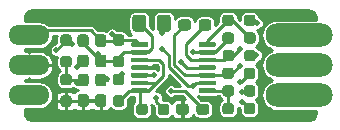
<source format=gbr>
%TF.GenerationSoftware,KiCad,Pcbnew,5.1.10-88a1d61d58~90~ubuntu20.04.1*%
%TF.CreationDate,2022-08-25T22:47:22+02:00*%
%TF.ProjectId,BioAmp-EXG-Pill,42696f41-6d70-42d4-9558-472d50696c6c,1.0b*%
%TF.SameCoordinates,Original*%
%TF.FileFunction,Copper,L1,Top*%
%TF.FilePolarity,Positive*%
%FSLAX46Y46*%
G04 Gerber Fmt 4.6, Leading zero omitted, Abs format (unit mm)*
G04 Created by KiCad (PCBNEW 5.1.10-88a1d61d58~90~ubuntu20.04.1) date 2022-08-25 22:47:22*
%MOMM*%
%LPD*%
G01*
G04 APERTURE LIST*
%TA.AperFunction,ComponentPad*%
%ADD10O,2.000000X2.000000*%
%TD*%
%TA.AperFunction,ComponentPad*%
%ADD11O,4.500000X2.000000*%
%TD*%
%TA.AperFunction,ComponentPad*%
%ADD12O,3.500000X1.700000*%
%TD*%
%TA.AperFunction,ComponentPad*%
%ADD13O,3.500000X2.000000*%
%TD*%
%TA.AperFunction,ComponentPad*%
%ADD14O,2.000000X1.700000*%
%TD*%
%TA.AperFunction,ViaPad*%
%ADD15C,0.500000*%
%TD*%
%TA.AperFunction,Conductor*%
%ADD16C,0.250000*%
%TD*%
%TA.AperFunction,Conductor*%
%ADD17C,0.230000*%
%TD*%
%TA.AperFunction,Conductor*%
%ADD18C,0.100000*%
%TD*%
G04 APERTURE END LIST*
D10*
%TO.P,J2,3*%
%TO.N,IN-*%
X134850000Y-97010000D03*
%TO.P,J2,2*%
%TO.N,IN+*%
X134850000Y-94470000D03*
%TO.P,J2,1*%
%TO.N,DRL*%
X134850000Y-91930000D03*
%TD*%
%TO.P,R8,1*%
%TO.N,Net-(R1-Pad2)*%
%TA.AperFunction,SMDPad,CuDef*%
G36*
G01*
X119021500Y-95190000D02*
X119496500Y-95190000D01*
G75*
G02*
X119734000Y-95427500I0J-237500D01*
G01*
X119734000Y-95927500D01*
G75*
G02*
X119496500Y-96165000I-237500J0D01*
G01*
X119021500Y-96165000D01*
G75*
G02*
X118784000Y-95927500I0J237500D01*
G01*
X118784000Y-95427500D01*
G75*
G02*
X119021500Y-95190000I237500J0D01*
G01*
G37*
%TD.AperFunction*%
%TO.P,R8,2*%
%TO.N,ampRef*%
%TA.AperFunction,SMDPad,CuDef*%
G36*
G01*
X119021500Y-97015000D02*
X119496500Y-97015000D01*
G75*
G02*
X119734000Y-97252500I0J-237500D01*
G01*
X119734000Y-97752500D01*
G75*
G02*
X119496500Y-97990000I-237500J0D01*
G01*
X119021500Y-97990000D01*
G75*
G02*
X118784000Y-97752500I0J237500D01*
G01*
X118784000Y-97252500D01*
G75*
G02*
X119021500Y-97015000I237500J0D01*
G01*
G37*
%TD.AperFunction*%
%TD*%
D11*
%TO.P,J2,3*%
%TO.N,IN-*%
X133952300Y-97010000D03*
%TO.P,J2,2*%
%TO.N,IN+*%
X133952300Y-94470000D03*
%TO.P,J2,1*%
%TO.N,DRL*%
X133952300Y-91930000D03*
%TD*%
%TO.P,C1,2*%
%TO.N,IN-*%
%TA.AperFunction,SMDPad,CuDef*%
G36*
G01*
X125384000Y-90812500D02*
X125384000Y-91287500D01*
G75*
G02*
X125146500Y-91525000I-237500J0D01*
G01*
X124546500Y-91525000D01*
G75*
G02*
X124309000Y-91287500I0J237500D01*
G01*
X124309000Y-90812500D01*
G75*
G02*
X124546500Y-90575000I237500J0D01*
G01*
X125146500Y-90575000D01*
G75*
G02*
X125384000Y-90812500I0J-237500D01*
G01*
G37*
%TD.AperFunction*%
%TO.P,C1,1*%
%TO.N,IN+*%
%TA.AperFunction,SMDPad,CuDef*%
G36*
G01*
X127109000Y-90812500D02*
X127109000Y-91287500D01*
G75*
G02*
X126871500Y-91525000I-237500J0D01*
G01*
X126271500Y-91525000D01*
G75*
G02*
X126034000Y-91287500I0J237500D01*
G01*
X126034000Y-90812500D01*
G75*
G02*
X126271500Y-90575000I237500J0D01*
G01*
X126871500Y-90575000D01*
G75*
G02*
X127109000Y-90812500I0J-237500D01*
G01*
G37*
%TD.AperFunction*%
%TD*%
%TO.P,C2,1*%
%TO.N,Net-(C2-Pad1)*%
%TA.AperFunction,SMDPad,CuDef*%
G36*
G01*
X116493300Y-94643400D02*
X116018300Y-94643400D01*
G75*
G02*
X115780800Y-94405900I0J237500D01*
G01*
X115780800Y-93805900D01*
G75*
G02*
X116018300Y-93568400I237500J0D01*
G01*
X116493300Y-93568400D01*
G75*
G02*
X116730800Y-93805900I0J-237500D01*
G01*
X116730800Y-94405900D01*
G75*
G02*
X116493300Y-94643400I-237500J0D01*
G01*
G37*
%TD.AperFunction*%
%TO.P,C2,2*%
%TO.N,bpfIN*%
%TA.AperFunction,SMDPad,CuDef*%
G36*
G01*
X116493300Y-92918400D02*
X116018300Y-92918400D01*
G75*
G02*
X115780800Y-92680900I0J237500D01*
G01*
X115780800Y-92080900D01*
G75*
G02*
X116018300Y-91843400I237500J0D01*
G01*
X116493300Y-91843400D01*
G75*
G02*
X116730800Y-92080900I0J-237500D01*
G01*
X116730800Y-92680900D01*
G75*
G02*
X116493300Y-92918400I-237500J0D01*
G01*
G37*
%TD.AperFunction*%
%TD*%
%TO.P,U1,1*%
%TO.N,Net-(R4-Pad1)*%
%TA.AperFunction,SMDPad,CuDef*%
G36*
G01*
X127509000Y-96510000D02*
X127509000Y-96710000D01*
G75*
G02*
X127409000Y-96810000I-100000J0D01*
G01*
X126134000Y-96810000D01*
G75*
G02*
X126034000Y-96710000I0J100000D01*
G01*
X126034000Y-96510000D01*
G75*
G02*
X126134000Y-96410000I100000J0D01*
G01*
X127409000Y-96410000D01*
G75*
G02*
X127509000Y-96510000I0J-100000D01*
G01*
G37*
%TD.AperFunction*%
%TO.P,U1,2*%
%TO.N,Net-(R1-Pad2)*%
%TA.AperFunction,SMDPad,CuDef*%
G36*
G01*
X127509000Y-95860000D02*
X127509000Y-96060000D01*
G75*
G02*
X127409000Y-96160000I-100000J0D01*
G01*
X126134000Y-96160000D01*
G75*
G02*
X126034000Y-96060000I0J100000D01*
G01*
X126034000Y-95860000D01*
G75*
G02*
X126134000Y-95760000I100000J0D01*
G01*
X127409000Y-95760000D01*
G75*
G02*
X127509000Y-95860000I0J-100000D01*
G01*
G37*
%TD.AperFunction*%
%TO.P,U1,3*%
%TO.N,IN-*%
%TA.AperFunction,SMDPad,CuDef*%
G36*
G01*
X127509000Y-95210000D02*
X127509000Y-95410000D01*
G75*
G02*
X127409000Y-95510000I-100000J0D01*
G01*
X126134000Y-95510000D01*
G75*
G02*
X126034000Y-95410000I0J100000D01*
G01*
X126034000Y-95210000D01*
G75*
G02*
X126134000Y-95110000I100000J0D01*
G01*
X127409000Y-95110000D01*
G75*
G02*
X127509000Y-95210000I0J-100000D01*
G01*
G37*
%TD.AperFunction*%
%TO.P,U1,4*%
%TO.N,VCC*%
%TA.AperFunction,SMDPad,CuDef*%
G36*
G01*
X127509000Y-94560000D02*
X127509000Y-94760000D01*
G75*
G02*
X127409000Y-94860000I-100000J0D01*
G01*
X126134000Y-94860000D01*
G75*
G02*
X126034000Y-94760000I0J100000D01*
G01*
X126034000Y-94560000D01*
G75*
G02*
X126134000Y-94460000I100000J0D01*
G01*
X127409000Y-94460000D01*
G75*
G02*
X127509000Y-94560000I0J-100000D01*
G01*
G37*
%TD.AperFunction*%
%TO.P,U1,5*%
%TO.N,IN+*%
%TA.AperFunction,SMDPad,CuDef*%
G36*
G01*
X127509000Y-93910000D02*
X127509000Y-94110000D01*
G75*
G02*
X127409000Y-94210000I-100000J0D01*
G01*
X126134000Y-94210000D01*
G75*
G02*
X126034000Y-94110000I0J100000D01*
G01*
X126034000Y-93910000D01*
G75*
G02*
X126134000Y-93810000I100000J0D01*
G01*
X127409000Y-93810000D01*
G75*
G02*
X127509000Y-93910000I0J-100000D01*
G01*
G37*
%TD.AperFunction*%
%TO.P,U1,6*%
%TO.N,Net-(R1-Pad1)*%
%TA.AperFunction,SMDPad,CuDef*%
G36*
G01*
X127509000Y-93260000D02*
X127509000Y-93460000D01*
G75*
G02*
X127409000Y-93560000I-100000J0D01*
G01*
X126134000Y-93560000D01*
G75*
G02*
X126034000Y-93460000I0J100000D01*
G01*
X126034000Y-93260000D01*
G75*
G02*
X126134000Y-93160000I100000J0D01*
G01*
X127409000Y-93160000D01*
G75*
G02*
X127509000Y-93260000I0J-100000D01*
G01*
G37*
%TD.AperFunction*%
%TO.P,U1,7*%
%TO.N,inaOUT*%
%TA.AperFunction,SMDPad,CuDef*%
G36*
G01*
X127509000Y-92610000D02*
X127509000Y-92810000D01*
G75*
G02*
X127409000Y-92910000I-100000J0D01*
G01*
X126134000Y-92910000D01*
G75*
G02*
X126034000Y-92810000I0J100000D01*
G01*
X126034000Y-92610000D01*
G75*
G02*
X126134000Y-92510000I100000J0D01*
G01*
X127409000Y-92510000D01*
G75*
G02*
X127509000Y-92610000I0J-100000D01*
G01*
G37*
%TD.AperFunction*%
%TO.P,U1,8*%
%TO.N,OUT*%
%TA.AperFunction,SMDPad,CuDef*%
G36*
G01*
X121784000Y-92610000D02*
X121784000Y-92810000D01*
G75*
G02*
X121684000Y-92910000I-100000J0D01*
G01*
X120409000Y-92910000D01*
G75*
G02*
X120309000Y-92810000I0J100000D01*
G01*
X120309000Y-92610000D01*
G75*
G02*
X120409000Y-92510000I100000J0D01*
G01*
X121684000Y-92510000D01*
G75*
G02*
X121784000Y-92610000I0J-100000D01*
G01*
G37*
%TD.AperFunction*%
%TO.P,U1,9*%
%TO.N,bpfIN*%
%TA.AperFunction,SMDPad,CuDef*%
G36*
G01*
X121784000Y-93260000D02*
X121784000Y-93460000D01*
G75*
G02*
X121684000Y-93560000I-100000J0D01*
G01*
X120409000Y-93560000D01*
G75*
G02*
X120309000Y-93460000I0J100000D01*
G01*
X120309000Y-93260000D01*
G75*
G02*
X120409000Y-93160000I100000J0D01*
G01*
X121684000Y-93160000D01*
G75*
G02*
X121784000Y-93260000I0J-100000D01*
G01*
G37*
%TD.AperFunction*%
%TO.P,U1,10*%
%TO.N,ampRef*%
%TA.AperFunction,SMDPad,CuDef*%
G36*
G01*
X121784000Y-93910000D02*
X121784000Y-94110000D01*
G75*
G02*
X121684000Y-94210000I-100000J0D01*
G01*
X120409000Y-94210000D01*
G75*
G02*
X120309000Y-94110000I0J100000D01*
G01*
X120309000Y-93910000D01*
G75*
G02*
X120409000Y-93810000I100000J0D01*
G01*
X121684000Y-93810000D01*
G75*
G02*
X121784000Y-93910000I0J-100000D01*
G01*
G37*
%TD.AperFunction*%
%TO.P,U1,11*%
%TO.N,GND*%
%TA.AperFunction,SMDPad,CuDef*%
G36*
G01*
X121784000Y-94560000D02*
X121784000Y-94760000D01*
G75*
G02*
X121684000Y-94860000I-100000J0D01*
G01*
X120409000Y-94860000D01*
G75*
G02*
X120309000Y-94760000I0J100000D01*
G01*
X120309000Y-94560000D01*
G75*
G02*
X120409000Y-94460000I100000J0D01*
G01*
X121684000Y-94460000D01*
G75*
G02*
X121784000Y-94560000I0J-100000D01*
G01*
G37*
%TD.AperFunction*%
%TO.P,U1,12*%
%TO.N,Net-(C7-Pad1)*%
%TA.AperFunction,SMDPad,CuDef*%
G36*
G01*
X121784000Y-95210000D02*
X121784000Y-95410000D01*
G75*
G02*
X121684000Y-95510000I-100000J0D01*
G01*
X120409000Y-95510000D01*
G75*
G02*
X120309000Y-95410000I0J100000D01*
G01*
X120309000Y-95210000D01*
G75*
G02*
X120409000Y-95110000I100000J0D01*
G01*
X121684000Y-95110000D01*
G75*
G02*
X121784000Y-95210000I0J-100000D01*
G01*
G37*
%TD.AperFunction*%
%TO.P,U1,13*%
%TO.N,ampRef*%
%TA.AperFunction,SMDPad,CuDef*%
G36*
G01*
X121784000Y-95860000D02*
X121784000Y-96060000D01*
G75*
G02*
X121684000Y-96160000I-100000J0D01*
G01*
X120409000Y-96160000D01*
G75*
G02*
X120309000Y-96060000I0J100000D01*
G01*
X120309000Y-95860000D01*
G75*
G02*
X120409000Y-95760000I100000J0D01*
G01*
X121684000Y-95760000D01*
G75*
G02*
X121784000Y-95860000I0J-100000D01*
G01*
G37*
%TD.AperFunction*%
%TO.P,U1,14*%
%TA.AperFunction,SMDPad,CuDef*%
G36*
G01*
X121784000Y-96510000D02*
X121784000Y-96710000D01*
G75*
G02*
X121684000Y-96810000I-100000J0D01*
G01*
X120409000Y-96810000D01*
G75*
G02*
X120309000Y-96710000I0J100000D01*
G01*
X120309000Y-96510000D01*
G75*
G02*
X120409000Y-96410000I100000J0D01*
G01*
X121684000Y-96410000D01*
G75*
G02*
X121784000Y-96510000I0J-100000D01*
G01*
G37*
%TD.AperFunction*%
%TD*%
%TO.P,R2,1*%
%TO.N,Net-(JP1-Pad1)*%
%TA.AperFunction,SMDPad,CuDef*%
G36*
G01*
X130840300Y-94910900D02*
X130840300Y-95385900D01*
G75*
G02*
X130602800Y-95623400I-237500J0D01*
G01*
X130102800Y-95623400D01*
G75*
G02*
X129865300Y-95385900I0J237500D01*
G01*
X129865300Y-94910900D01*
G75*
G02*
X130102800Y-94673400I237500J0D01*
G01*
X130602800Y-94673400D01*
G75*
G02*
X130840300Y-94910900I0J-237500D01*
G01*
G37*
%TD.AperFunction*%
%TO.P,R2,2*%
%TO.N,IN-*%
%TA.AperFunction,SMDPad,CuDef*%
G36*
G01*
X129015300Y-94910900D02*
X129015300Y-95385900D01*
G75*
G02*
X128777800Y-95623400I-237500J0D01*
G01*
X128277800Y-95623400D01*
G75*
G02*
X128040300Y-95385900I0J237500D01*
G01*
X128040300Y-94910900D01*
G75*
G02*
X128277800Y-94673400I237500J0D01*
G01*
X128777800Y-94673400D01*
G75*
G02*
X129015300Y-94910900I0J-237500D01*
G01*
G37*
%TD.AperFunction*%
%TD*%
%TO.P,R6,1*%
%TO.N,IN+*%
%TA.AperFunction,SMDPad,CuDef*%
G36*
G01*
X128063800Y-93887300D02*
X128063800Y-93412300D01*
G75*
G02*
X128301300Y-93174800I237500J0D01*
G01*
X128801300Y-93174800D01*
G75*
G02*
X129038800Y-93412300I0J-237500D01*
G01*
X129038800Y-93887300D01*
G75*
G02*
X128801300Y-94124800I-237500J0D01*
G01*
X128301300Y-94124800D01*
G75*
G02*
X128063800Y-93887300I0J237500D01*
G01*
G37*
%TD.AperFunction*%
%TO.P,R6,2*%
%TO.N,Net-(JP1-Pad3)*%
%TA.AperFunction,SMDPad,CuDef*%
G36*
G01*
X129888800Y-93887300D02*
X129888800Y-93412300D01*
G75*
G02*
X130126300Y-93174800I237500J0D01*
G01*
X130626300Y-93174800D01*
G75*
G02*
X130863800Y-93412300I0J-237500D01*
G01*
X130863800Y-93887300D01*
G75*
G02*
X130626300Y-94124800I-237500J0D01*
G01*
X130126300Y-94124800D01*
G75*
G02*
X129888800Y-93887300I0J237500D01*
G01*
G37*
%TD.AperFunction*%
%TD*%
D12*
%TO.P,J1,3*%
%TO.N,VCC*%
X111659100Y-97015300D03*
%TO.P,J1,2*%
%TO.N,GND*%
X111659100Y-94475300D03*
%TO.P,J1,1*%
%TO.N,OUT*%
X111659100Y-91935300D03*
%TD*%
D13*
%TO.P,J2,1*%
%TO.N,DRL*%
X135630000Y-91930000D03*
%TO.P,J2,2*%
%TO.N,IN+*%
X135630000Y-94470000D03*
%TO.P,J2,3*%
%TO.N,IN-*%
X135630000Y-97010000D03*
%TD*%
%TO.P,C6,1*%
%TO.N,bpfIN*%
%TA.AperFunction,SMDPad,CuDef*%
G36*
G01*
X120434000Y-91385000D02*
X120434000Y-90435000D01*
G75*
G02*
X120684000Y-90185000I250000J0D01*
G01*
X121359000Y-90185000D01*
G75*
G02*
X121609000Y-90435000I0J-250000D01*
G01*
X121609000Y-91385000D01*
G75*
G02*
X121359000Y-91635000I-250000J0D01*
G01*
X120684000Y-91635000D01*
G75*
G02*
X120434000Y-91385000I0J250000D01*
G01*
G37*
%TD.AperFunction*%
%TO.P,C6,2*%
%TO.N,Net-(C6-Pad2)*%
%TA.AperFunction,SMDPad,CuDef*%
G36*
G01*
X122509000Y-91385000D02*
X122509000Y-90435000D01*
G75*
G02*
X122759000Y-90185000I250000J0D01*
G01*
X123434000Y-90185000D01*
G75*
G02*
X123684000Y-90435000I0J-250000D01*
G01*
X123684000Y-91385000D01*
G75*
G02*
X123434000Y-91635000I-250000J0D01*
G01*
X122759000Y-91635000D01*
G75*
G02*
X122509000Y-91385000I0J250000D01*
G01*
G37*
%TD.AperFunction*%
%TD*%
%TO.P,C5,1*%
%TO.N,GND*%
%TA.AperFunction,SMDPad,CuDef*%
G36*
G01*
X124129000Y-98427500D02*
X124129000Y-97952500D01*
G75*
G02*
X124366500Y-97715000I237500J0D01*
G01*
X124966500Y-97715000D01*
G75*
G02*
X125204000Y-97952500I0J-237500D01*
G01*
X125204000Y-98427500D01*
G75*
G02*
X124966500Y-98665000I-237500J0D01*
G01*
X124366500Y-98665000D01*
G75*
G02*
X124129000Y-98427500I0J237500D01*
G01*
G37*
%TD.AperFunction*%
%TO.P,C5,2*%
%TO.N,VCC*%
%TA.AperFunction,SMDPad,CuDef*%
G36*
G01*
X125854000Y-98427500D02*
X125854000Y-97952500D01*
G75*
G02*
X126091500Y-97715000I237500J0D01*
G01*
X126691500Y-97715000D01*
G75*
G02*
X126929000Y-97952500I0J-237500D01*
G01*
X126929000Y-98427500D01*
G75*
G02*
X126691500Y-98665000I-237500J0D01*
G01*
X126091500Y-98665000D01*
G75*
G02*
X125854000Y-98427500I0J237500D01*
G01*
G37*
%TD.AperFunction*%
%TD*%
%TO.P,R14,1*%
%TO.N,DRL*%
%TA.AperFunction,SMDPad,CuDef*%
G36*
G01*
X123559000Y-97972500D02*
X123559000Y-98447500D01*
G75*
G02*
X123321500Y-98685000I-237500J0D01*
G01*
X122821500Y-98685000D01*
G75*
G02*
X122584000Y-98447500I0J237500D01*
G01*
X122584000Y-97972500D01*
G75*
G02*
X122821500Y-97735000I237500J0D01*
G01*
X123321500Y-97735000D01*
G75*
G02*
X123559000Y-97972500I0J-237500D01*
G01*
G37*
%TD.AperFunction*%
%TO.P,R14,2*%
%TO.N,ampRef*%
%TA.AperFunction,SMDPad,CuDef*%
G36*
G01*
X121734000Y-97972500D02*
X121734000Y-98447500D01*
G75*
G02*
X121496500Y-98685000I-237500J0D01*
G01*
X120996500Y-98685000D01*
G75*
G02*
X120759000Y-98447500I0J237500D01*
G01*
X120759000Y-97972500D01*
G75*
G02*
X120996500Y-97735000I237500J0D01*
G01*
X121496500Y-97735000D01*
G75*
G02*
X121734000Y-97972500I0J-237500D01*
G01*
G37*
%TD.AperFunction*%
%TD*%
%TO.P,R15,1*%
%TO.N,GND*%
%TA.AperFunction,SMDPad,CuDef*%
G36*
G01*
X115045500Y-97996200D02*
X114570500Y-97996200D01*
G75*
G02*
X114333000Y-97758700I0J237500D01*
G01*
X114333000Y-97258700D01*
G75*
G02*
X114570500Y-97021200I237500J0D01*
G01*
X115045500Y-97021200D01*
G75*
G02*
X115283000Y-97258700I0J-237500D01*
G01*
X115283000Y-97758700D01*
G75*
G02*
X115045500Y-97996200I-237500J0D01*
G01*
G37*
%TD.AperFunction*%
%TO.P,R15,2*%
%TO.N,Net-(C7-Pad1)*%
%TA.AperFunction,SMDPad,CuDef*%
G36*
G01*
X115045500Y-96171200D02*
X114570500Y-96171200D01*
G75*
G02*
X114333000Y-95933700I0J237500D01*
G01*
X114333000Y-95433700D01*
G75*
G02*
X114570500Y-95196200I237500J0D01*
G01*
X115045500Y-95196200D01*
G75*
G02*
X115283000Y-95433700I0J-237500D01*
G01*
X115283000Y-95933700D01*
G75*
G02*
X115045500Y-96171200I-237500J0D01*
G01*
G37*
%TD.AperFunction*%
%TD*%
%TO.P,R13,1*%
%TO.N,Net-(C7-Pad1)*%
%TA.AperFunction,SMDPad,CuDef*%
G36*
G01*
X115045500Y-94645300D02*
X114570500Y-94645300D01*
G75*
G02*
X114333000Y-94407800I0J237500D01*
G01*
X114333000Y-93907800D01*
G75*
G02*
X114570500Y-93670300I237500J0D01*
G01*
X115045500Y-93670300D01*
G75*
G02*
X115283000Y-93907800I0J-237500D01*
G01*
X115283000Y-94407800D01*
G75*
G02*
X115045500Y-94645300I-237500J0D01*
G01*
G37*
%TD.AperFunction*%
%TO.P,R13,2*%
%TO.N,VCC*%
%TA.AperFunction,SMDPad,CuDef*%
G36*
G01*
X115045500Y-92820300D02*
X114570500Y-92820300D01*
G75*
G02*
X114333000Y-92582800I0J237500D01*
G01*
X114333000Y-92082800D01*
G75*
G02*
X114570500Y-91845300I237500J0D01*
G01*
X115045500Y-91845300D01*
G75*
G02*
X115283000Y-92082800I0J-237500D01*
G01*
X115283000Y-92582800D01*
G75*
G02*
X115045500Y-92820300I-237500J0D01*
G01*
G37*
%TD.AperFunction*%
%TD*%
%TO.P,R11,1*%
%TO.N,OUT*%
%TA.AperFunction,SMDPad,CuDef*%
G36*
G01*
X119021500Y-91840000D02*
X119496500Y-91840000D01*
G75*
G02*
X119734000Y-92077500I0J-237500D01*
G01*
X119734000Y-92577500D01*
G75*
G02*
X119496500Y-92815000I-237500J0D01*
G01*
X119021500Y-92815000D01*
G75*
G02*
X118784000Y-92577500I0J237500D01*
G01*
X118784000Y-92077500D01*
G75*
G02*
X119021500Y-91840000I237500J0D01*
G01*
G37*
%TD.AperFunction*%
%TO.P,R11,2*%
%TO.N,bpfIN*%
%TA.AperFunction,SMDPad,CuDef*%
G36*
G01*
X119021500Y-93665000D02*
X119496500Y-93665000D01*
G75*
G02*
X119734000Y-93902500I0J-237500D01*
G01*
X119734000Y-94402500D01*
G75*
G02*
X119496500Y-94640000I-237500J0D01*
G01*
X119021500Y-94640000D01*
G75*
G02*
X118784000Y-94402500I0J237500D01*
G01*
X118784000Y-93902500D01*
G75*
G02*
X119021500Y-93665000I237500J0D01*
G01*
G37*
%TD.AperFunction*%
%TD*%
%TO.P,R12,1*%
%TO.N,Net-(C6-Pad2)*%
%TA.AperFunction,SMDPad,CuDef*%
G36*
G01*
X130849000Y-90422500D02*
X130849000Y-90897500D01*
G75*
G02*
X130611500Y-91135000I-237500J0D01*
G01*
X130111500Y-91135000D01*
G75*
G02*
X129874000Y-90897500I0J237500D01*
G01*
X129874000Y-90422500D01*
G75*
G02*
X130111500Y-90185000I237500J0D01*
G01*
X130611500Y-90185000D01*
G75*
G02*
X130849000Y-90422500I0J-237500D01*
G01*
G37*
%TD.AperFunction*%
%TO.P,R12,2*%
%TO.N,inaOUT*%
%TA.AperFunction,SMDPad,CuDef*%
G36*
G01*
X129024000Y-90422500D02*
X129024000Y-90897500D01*
G75*
G02*
X128786500Y-91135000I-237500J0D01*
G01*
X128286500Y-91135000D01*
G75*
G02*
X128049000Y-90897500I0J237500D01*
G01*
X128049000Y-90422500D01*
G75*
G02*
X128286500Y-90185000I237500J0D01*
G01*
X128786500Y-90185000D01*
G75*
G02*
X129024000Y-90422500I0J-237500D01*
G01*
G37*
%TD.AperFunction*%
%TD*%
%TO.P,R5,1*%
%TO.N,inaOUT*%
%TA.AperFunction,SMDPad,CuDef*%
G36*
G01*
X130859000Y-91922500D02*
X130859000Y-92397500D01*
G75*
G02*
X130621500Y-92635000I-237500J0D01*
G01*
X130121500Y-92635000D01*
G75*
G02*
X129884000Y-92397500I0J237500D01*
G01*
X129884000Y-91922500D01*
G75*
G02*
X130121500Y-91685000I237500J0D01*
G01*
X130621500Y-91685000D01*
G75*
G02*
X130859000Y-91922500I0J-237500D01*
G01*
G37*
%TD.AperFunction*%
%TO.P,R5,2*%
%TO.N,Net-(R1-Pad1)*%
%TA.AperFunction,SMDPad,CuDef*%
G36*
G01*
X129034000Y-91922500D02*
X129034000Y-92397500D01*
G75*
G02*
X128796500Y-92635000I-237500J0D01*
G01*
X128296500Y-92635000D01*
G75*
G02*
X128059000Y-92397500I0J237500D01*
G01*
X128059000Y-91922500D01*
G75*
G02*
X128296500Y-91685000I237500J0D01*
G01*
X128796500Y-91685000D01*
G75*
G02*
X129034000Y-91922500I0J-237500D01*
G01*
G37*
%TD.AperFunction*%
%TD*%
%TO.P,R9,1*%
%TO.N,Net-(R1-Pad1)*%
%TA.AperFunction,SMDPad,CuDef*%
G36*
G01*
X130849000Y-97902500D02*
X130849000Y-98377500D01*
G75*
G02*
X130611500Y-98615000I-237500J0D01*
G01*
X130111500Y-98615000D01*
G75*
G02*
X129874000Y-98377500I0J237500D01*
G01*
X129874000Y-97902500D01*
G75*
G02*
X130111500Y-97665000I237500J0D01*
G01*
X130611500Y-97665000D01*
G75*
G02*
X130849000Y-97902500I0J-237500D01*
G01*
G37*
%TD.AperFunction*%
%TO.P,R9,2*%
%TO.N,Net-(R4-Pad1)*%
%TA.AperFunction,SMDPad,CuDef*%
G36*
G01*
X129024000Y-97902500D02*
X129024000Y-98377500D01*
G75*
G02*
X128786500Y-98615000I-237500J0D01*
G01*
X128286500Y-98615000D01*
G75*
G02*
X128049000Y-98377500I0J237500D01*
G01*
X128049000Y-97902500D01*
G75*
G02*
X128286500Y-97665000I237500J0D01*
G01*
X128786500Y-97665000D01*
G75*
G02*
X129024000Y-97902500I0J-237500D01*
G01*
G37*
%TD.AperFunction*%
%TD*%
%TO.P,R4,1*%
%TO.N,Net-(R4-Pad1)*%
%TA.AperFunction,SMDPad,CuDef*%
G36*
G01*
X128049000Y-96877500D02*
X128049000Y-96402500D01*
G75*
G02*
X128286500Y-96165000I237500J0D01*
G01*
X128786500Y-96165000D01*
G75*
G02*
X129024000Y-96402500I0J-237500D01*
G01*
X129024000Y-96877500D01*
G75*
G02*
X128786500Y-97115000I-237500J0D01*
G01*
X128286500Y-97115000D01*
G75*
G02*
X128049000Y-96877500I0J237500D01*
G01*
G37*
%TD.AperFunction*%
%TO.P,R4,2*%
%TO.N,Net-(R1-Pad2)*%
%TA.AperFunction,SMDPad,CuDef*%
G36*
G01*
X129874000Y-96877500D02*
X129874000Y-96402500D01*
G75*
G02*
X130111500Y-96165000I237500J0D01*
G01*
X130611500Y-96165000D01*
G75*
G02*
X130849000Y-96402500I0J-237500D01*
G01*
X130849000Y-96877500D01*
G75*
G02*
X130611500Y-97115000I-237500J0D01*
G01*
X130111500Y-97115000D01*
G75*
G02*
X129874000Y-96877500I0J237500D01*
G01*
G37*
%TD.AperFunction*%
%TD*%
D14*
%TO.P,J1,1*%
%TO.N,OUT*%
X112382800Y-91940000D03*
%TO.P,J1,2*%
%TO.N,GND*%
X112382800Y-94480000D03*
%TO.P,J1,3*%
%TO.N,VCC*%
X112382800Y-97020000D03*
%TD*%
%TO.P,C4,1*%
%TO.N,GND*%
%TA.AperFunction,SMDPad,CuDef*%
G36*
G01*
X117996500Y-97990000D02*
X117521500Y-97990000D01*
G75*
G02*
X117284000Y-97752500I0J237500D01*
G01*
X117284000Y-97152500D01*
G75*
G02*
X117521500Y-96915000I237500J0D01*
G01*
X117996500Y-96915000D01*
G75*
G02*
X118234000Y-97152500I0J-237500D01*
G01*
X118234000Y-97752500D01*
G75*
G02*
X117996500Y-97990000I-237500J0D01*
G01*
G37*
%TD.AperFunction*%
%TO.P,C4,2*%
%TO.N,VCC*%
%TA.AperFunction,SMDPad,CuDef*%
G36*
G01*
X117996500Y-96265000D02*
X117521500Y-96265000D01*
G75*
G02*
X117284000Y-96027500I0J237500D01*
G01*
X117284000Y-95427500D01*
G75*
G02*
X117521500Y-95190000I237500J0D01*
G01*
X117996500Y-95190000D01*
G75*
G02*
X118234000Y-95427500I0J-237500D01*
G01*
X118234000Y-96027500D01*
G75*
G02*
X117996500Y-96265000I-237500J0D01*
G01*
G37*
%TD.AperFunction*%
%TD*%
%TO.P,C7,1*%
%TO.N,Net-(C7-Pad1)*%
%TA.AperFunction,SMDPad,CuDef*%
G36*
G01*
X116031000Y-95183500D02*
X116506000Y-95183500D01*
G75*
G02*
X116743500Y-95421000I0J-237500D01*
G01*
X116743500Y-96021000D01*
G75*
G02*
X116506000Y-96258500I-237500J0D01*
G01*
X116031000Y-96258500D01*
G75*
G02*
X115793500Y-96021000I0J237500D01*
G01*
X115793500Y-95421000D01*
G75*
G02*
X116031000Y-95183500I237500J0D01*
G01*
G37*
%TD.AperFunction*%
%TO.P,C7,2*%
%TO.N,GND*%
%TA.AperFunction,SMDPad,CuDef*%
G36*
G01*
X116031000Y-96908500D02*
X116506000Y-96908500D01*
G75*
G02*
X116743500Y-97146000I0J-237500D01*
G01*
X116743500Y-97746000D01*
G75*
G02*
X116506000Y-97983500I-237500J0D01*
G01*
X116031000Y-97983500D01*
G75*
G02*
X115793500Y-97746000I0J237500D01*
G01*
X115793500Y-97146000D01*
G75*
G02*
X116031000Y-96908500I237500J0D01*
G01*
G37*
%TD.AperFunction*%
%TD*%
%TO.P,C3,1*%
%TO.N,OUT*%
%TA.AperFunction,SMDPad,CuDef*%
G36*
G01*
X117521500Y-91840000D02*
X117996500Y-91840000D01*
G75*
G02*
X118234000Y-92077500I0J-237500D01*
G01*
X118234000Y-92677500D01*
G75*
G02*
X117996500Y-92915000I-237500J0D01*
G01*
X117521500Y-92915000D01*
G75*
G02*
X117284000Y-92677500I0J237500D01*
G01*
X117284000Y-92077500D01*
G75*
G02*
X117521500Y-91840000I237500J0D01*
G01*
G37*
%TD.AperFunction*%
%TO.P,C3,2*%
%TO.N,bpfIN*%
%TA.AperFunction,SMDPad,CuDef*%
G36*
G01*
X117521500Y-93565000D02*
X117996500Y-93565000D01*
G75*
G02*
X118234000Y-93802500I0J-237500D01*
G01*
X118234000Y-94402500D01*
G75*
G02*
X117996500Y-94640000I-237500J0D01*
G01*
X117521500Y-94640000D01*
G75*
G02*
X117284000Y-94402500I0J237500D01*
G01*
X117284000Y-93802500D01*
G75*
G02*
X117521500Y-93565000I237500J0D01*
G01*
G37*
%TD.AperFunction*%
%TD*%
D15*
%TO.N,VCC*%
X118300000Y-95650000D03*
X123700000Y-96650000D03*
X124550000Y-94150000D03*
X114000000Y-93200000D03*
X115300000Y-92700000D03*
%TO.N,GND*%
X122343575Y-94601886D03*
X131950000Y-90450000D03*
X132700000Y-90450000D03*
X133450000Y-90450000D03*
X134200000Y-90450000D03*
X134950000Y-90450000D03*
X135700000Y-90450000D03*
X132300000Y-90000000D03*
X135300000Y-90000000D03*
X134550000Y-90000000D03*
X131550000Y-90000000D03*
X133050000Y-90000000D03*
X133800000Y-90000000D03*
X135250000Y-98920000D03*
X133000000Y-98920000D03*
X132650000Y-98470000D03*
X135650000Y-98470000D03*
X132250000Y-98920000D03*
X134900000Y-98470000D03*
X131500000Y-98920000D03*
X131900000Y-98470000D03*
X133400000Y-98470000D03*
X134500000Y-98920000D03*
X134150000Y-98470000D03*
X133750000Y-98920000D03*
%TO.N,OUT*%
X118700000Y-91850000D03*
%TO.N,Net-(R1-Pad1)*%
X125550000Y-93350000D03*
X129700000Y-97600000D03*
%TO.N,DRL*%
X122450000Y-97225000D03*
%TO.N,IN+*%
X129500000Y-93100000D03*
%TO.N,IN-*%
X129550000Y-94500000D03*
%TO.N,Net-(C2-Pad1)*%
X115723121Y-94630330D03*
%TO.N,Net-(C6-Pad2)*%
X130980000Y-90900000D03*
X122920000Y-91720000D03*
%TO.N,Net-(C7-Pad1)*%
X122250000Y-95300000D03*
X115750000Y-95950000D03*
%TO.N,Net-(R1-Pad2)*%
X125550000Y-96200000D03*
X129750000Y-96700000D03*
X119520000Y-95240000D03*
X122970000Y-93070000D03*
%TO.N,Net-(JP1-Pad3)*%
X130920000Y-93620000D03*
%TO.N,Net-(JP1-Pad1)*%
X129550000Y-95900000D03*
%TO.N,bpfIN*%
X117500000Y-93550000D03*
%TD*%
D16*
%TO.N,VCC*%
X118322500Y-95727500D02*
X118400000Y-95650000D01*
X117759000Y-95727500D02*
X118322500Y-95727500D01*
X124851500Y-96650000D02*
X123700000Y-96650000D01*
X126391500Y-98190000D02*
X124851500Y-96650000D01*
X125060000Y-94660000D02*
X124550000Y-94150000D01*
X126771500Y-94660000D02*
X125060000Y-94660000D01*
X114808000Y-92392000D02*
X114000000Y-93200000D01*
X114808000Y-92332800D02*
X114808000Y-92392000D01*
X114932800Y-92332800D02*
X115300000Y-92700000D01*
X114808000Y-92332800D02*
X114932800Y-92332800D01*
%TO.N,GND*%
X117702800Y-97508700D02*
X117759000Y-97452500D01*
X114808000Y-97508700D02*
X117702800Y-97508700D01*
X122285461Y-94660000D02*
X122343575Y-94601886D01*
X121046500Y-94660000D02*
X122285461Y-94660000D01*
%TO.N,OUT*%
X119209000Y-92377500D02*
X119259000Y-92327500D01*
X117759000Y-92377500D02*
X119209000Y-92377500D01*
X120664000Y-92327500D02*
X121046500Y-92710000D01*
X119259000Y-92327500D02*
X120664000Y-92327500D01*
X111326010Y-91518390D02*
X111290010Y-91554390D01*
X116899890Y-91518390D02*
X111326010Y-91518390D01*
X117759000Y-92377500D02*
X116899890Y-91518390D01*
X118781500Y-91850000D02*
X119259000Y-92327500D01*
X118700000Y-91850000D02*
X118781500Y-91850000D01*
%TO.N,Net-(R1-Pad1)*%
X128546500Y-92273558D02*
X128546500Y-92160000D01*
X127460058Y-93360000D02*
X128546500Y-92273558D01*
X126771500Y-93360000D02*
X127460058Y-93360000D01*
X126771500Y-93360000D02*
X125560000Y-93360000D01*
X125560000Y-93360000D02*
X125550000Y-93350000D01*
X129821500Y-97600000D02*
X130361500Y-98140000D01*
X129700000Y-97600000D02*
X129821500Y-97600000D01*
%TO.N,DRL*%
X122450000Y-97588500D02*
X123071500Y-98210000D01*
X122450000Y-97225000D02*
X122450000Y-97588500D01*
%TO.N,ampRef*%
X120151500Y-96610000D02*
X119259000Y-97502500D01*
X121046500Y-96610000D02*
X120151500Y-96610000D01*
X121046500Y-98010000D02*
X121246500Y-98210000D01*
X121046500Y-96610000D02*
X121046500Y-98010000D01*
X123064222Y-94366141D02*
X123064222Y-95336780D01*
X122708081Y-94010000D02*
X123064222Y-94366141D01*
X122441002Y-95960000D02*
X121046500Y-95960000D01*
X123064222Y-95336780D02*
X122441002Y-95960000D01*
X121046500Y-94010000D02*
X122708081Y-94010000D01*
X121791002Y-96610000D02*
X122441002Y-95960000D01*
X121046500Y-96610000D02*
X121791002Y-96610000D01*
%TO.N,inaOUT*%
X126771500Y-92425000D02*
X128536500Y-90660000D01*
X126771500Y-92710000D02*
X126771500Y-92425000D01*
X128871500Y-90660000D02*
X130371500Y-92160000D01*
X128536500Y-90660000D02*
X128871500Y-90660000D01*
%TO.N,IN+*%
X128191100Y-94010000D02*
X128551300Y-93649800D01*
X126771500Y-94010000D02*
X128191100Y-94010000D01*
X125358998Y-94010000D02*
X126771500Y-94010000D01*
X124974999Y-93626001D02*
X125358998Y-94010000D01*
X124974999Y-92646501D02*
X124974999Y-93626001D01*
X126571500Y-91050000D02*
X124974999Y-92646501D01*
X128950200Y-93649800D02*
X129500000Y-93100000D01*
X128551300Y-93649800D02*
X128950200Y-93649800D01*
%TO.N,IN-*%
X128366200Y-95310000D02*
X128527800Y-95148400D01*
X126771500Y-95310000D02*
X128366200Y-95310000D01*
X123974999Y-91921501D02*
X124846500Y-91050000D01*
X123974999Y-94426001D02*
X123974999Y-91921501D01*
X124858998Y-95310000D02*
X123974999Y-94426001D01*
X126771500Y-95310000D02*
X124858998Y-95310000D01*
X128901600Y-95148400D02*
X129600000Y-94450000D01*
X128527800Y-95148400D02*
X128901600Y-95148400D01*
%TO.N,Net-(C2-Pad1)*%
X115731370Y-94630330D02*
X116255800Y-94105900D01*
X115723121Y-94630330D02*
X115731370Y-94630330D01*
%TO.N,Net-(C6-Pad2)*%
X130740000Y-90660000D02*
X130980000Y-90900000D01*
X130361500Y-90660000D02*
X130740000Y-90660000D01*
X122920000Y-91086500D02*
X123096500Y-90910000D01*
X122920000Y-91720000D02*
X122920000Y-91086500D01*
%TO.N,Net-(C7-Pad1)*%
X114808000Y-94157800D02*
X114808000Y-95683700D01*
X116231200Y-95683700D02*
X116268500Y-95721000D01*
X114808000Y-95683700D02*
X116231200Y-95683700D01*
X122240000Y-95310000D02*
X122250000Y-95300000D01*
X121046500Y-95310000D02*
X122240000Y-95310000D01*
X116039500Y-95950000D02*
X116268500Y-95721000D01*
X115750000Y-95950000D02*
X116039500Y-95950000D01*
%TO.N,Net-(R1-Pad2)*%
X125790000Y-95960000D02*
X125550000Y-96200000D01*
X126771500Y-95960000D02*
X125790000Y-95960000D01*
X130301500Y-96700000D02*
X130361500Y-96640000D01*
X129750000Y-96700000D02*
X130301500Y-96700000D01*
X119259000Y-95501000D02*
X119520000Y-95240000D01*
X119259000Y-95677500D02*
X119259000Y-95501000D01*
X125112588Y-96200000D02*
X125550000Y-96200000D01*
X123524990Y-94612402D02*
X125112588Y-96200000D01*
X123524989Y-93624989D02*
X123524990Y-94612402D01*
X122970000Y-93070000D02*
X123524989Y-93624989D01*
%TO.N,Net-(R4-Pad1)*%
X126771500Y-96610000D02*
X128506500Y-96610000D01*
X128536500Y-96640000D02*
X128536500Y-98140000D01*
%TO.N,Net-(JP1-Pad3)*%
X130890200Y-93649800D02*
X130920000Y-93620000D01*
X130376300Y-93649800D02*
X130890200Y-93649800D01*
%TO.N,Net-(JP1-Pad1)*%
X129601200Y-95900000D02*
X130352800Y-95148400D01*
X129550000Y-95900000D02*
X129601200Y-95900000D01*
%TO.N,bpfIN*%
X116255800Y-92599300D02*
X117759000Y-94102500D01*
X116255800Y-92380900D02*
X116255800Y-92599300D01*
X121735058Y-93360000D02*
X121046500Y-93360000D01*
X122109010Y-92986048D02*
X121735058Y-93360000D01*
X122109010Y-91997510D02*
X122109010Y-92986048D01*
X121021500Y-90910000D02*
X122109010Y-91997510D01*
X119259000Y-94152500D02*
X119259000Y-93791000D01*
X119690000Y-93360000D02*
X121046500Y-93360000D01*
X119259000Y-93791000D02*
X119690000Y-93360000D01*
X119209000Y-94102500D02*
X119259000Y-94152500D01*
X117759000Y-94102500D02*
X119209000Y-94102500D01*
X117500000Y-93843500D02*
X117759000Y-94102500D01*
X117500000Y-93550000D02*
X117500000Y-93843500D01*
%TD*%
D17*
%TO.N,GND*%
X135463976Y-89833883D02*
X135583229Y-89869887D01*
X135693213Y-89928366D01*
X135789751Y-90007101D01*
X135869154Y-90103083D01*
X135928401Y-90212660D01*
X135965236Y-90331654D01*
X135980000Y-90472117D01*
X135980000Y-90595000D01*
X132636721Y-90595000D01*
X132440594Y-90614317D01*
X132188946Y-90690653D01*
X131957025Y-90814618D01*
X131753745Y-90981445D01*
X131586918Y-91184725D01*
X131462953Y-91416646D01*
X131386617Y-91668294D01*
X131360841Y-91930000D01*
X131386617Y-92191706D01*
X131462953Y-92443354D01*
X131586918Y-92675275D01*
X131753745Y-92878555D01*
X131957025Y-93045382D01*
X132188946Y-93169347D01*
X132289996Y-93200000D01*
X132188946Y-93230653D01*
X131957025Y-93354618D01*
X131753745Y-93521445D01*
X131586918Y-93724725D01*
X131462953Y-93956646D01*
X131386617Y-94208294D01*
X131360841Y-94470000D01*
X131386617Y-94731706D01*
X131462953Y-94983354D01*
X131586918Y-95215275D01*
X131753745Y-95418555D01*
X131957025Y-95585382D01*
X132188946Y-95709347D01*
X132289996Y-95740000D01*
X132188946Y-95770653D01*
X131957025Y-95894618D01*
X131753745Y-96061445D01*
X131586918Y-96264725D01*
X131462953Y-96496646D01*
X131386617Y-96748294D01*
X131360841Y-97010000D01*
X131386617Y-97271706D01*
X131462953Y-97523354D01*
X131586918Y-97755275D01*
X131753745Y-97958555D01*
X131957025Y-98125382D01*
X132188946Y-98249347D01*
X132440594Y-98325683D01*
X132636721Y-98345000D01*
X135980001Y-98345000D01*
X135980001Y-98442381D01*
X135966118Y-98583975D01*
X135930113Y-98703227D01*
X135871633Y-98813213D01*
X135792898Y-98909752D01*
X135696920Y-98989152D01*
X135587341Y-99048401D01*
X135468345Y-99085236D01*
X135327883Y-99100000D01*
X111957609Y-99100000D01*
X111816025Y-99086118D01*
X111696773Y-99050113D01*
X111586787Y-98991633D01*
X111490248Y-98912898D01*
X111410848Y-98816920D01*
X111351599Y-98707341D01*
X111314764Y-98588345D01*
X111300000Y-98447883D01*
X111300000Y-98200300D01*
X112126874Y-98200300D01*
X112174593Y-98205000D01*
X112591007Y-98205000D01*
X112765100Y-98187853D01*
X112775398Y-98184729D01*
X112791400Y-98183153D01*
X113014774Y-98115394D01*
X113220636Y-98005358D01*
X113231795Y-97996200D01*
X113976282Y-97996200D01*
X113983136Y-98065792D01*
X114003436Y-98132710D01*
X114036400Y-98194382D01*
X114080762Y-98248438D01*
X114134818Y-98292800D01*
X114196490Y-98325764D01*
X114263408Y-98346064D01*
X114333000Y-98352918D01*
X114709250Y-98351200D01*
X114798000Y-98262450D01*
X114798000Y-97518700D01*
X114066750Y-97518700D01*
X113978000Y-97607450D01*
X113976282Y-97996200D01*
X113231795Y-97996200D01*
X113401075Y-97857275D01*
X113549158Y-97676836D01*
X113659194Y-97470974D01*
X113726953Y-97247600D01*
X113749251Y-97021200D01*
X113976282Y-97021200D01*
X113978000Y-97409950D01*
X114066750Y-97498700D01*
X114798000Y-97498700D01*
X114798000Y-96754950D01*
X114709250Y-96666200D01*
X114333000Y-96664482D01*
X114263408Y-96671336D01*
X114196490Y-96691636D01*
X114134818Y-96724600D01*
X114080762Y-96768962D01*
X114036400Y-96823018D01*
X114003436Y-96884690D01*
X113983136Y-96951608D01*
X113976282Y-97021200D01*
X113749251Y-97021200D01*
X113749833Y-97015300D01*
X113726953Y-96783000D01*
X113659194Y-96559626D01*
X113549158Y-96353764D01*
X113401075Y-96173325D01*
X113220636Y-96025242D01*
X113014774Y-95915206D01*
X112791400Y-95847447D01*
X112617307Y-95830300D01*
X111300000Y-95830300D01*
X111300000Y-95680300D01*
X111649100Y-95680300D01*
X111649100Y-95527659D01*
X111669100Y-95538563D01*
X111669100Y-95680300D01*
X112178825Y-95680300D01*
X112222800Y-95685000D01*
X112372800Y-95685000D01*
X112372800Y-95680300D01*
X112392800Y-95680300D01*
X112392800Y-95685000D01*
X112542800Y-95685000D01*
X112777692Y-95659895D01*
X112786882Y-95657024D01*
X112803992Y-95655195D01*
X113029473Y-95584748D01*
X113236877Y-95471665D01*
X113418235Y-95320292D01*
X113566577Y-95136447D01*
X113676202Y-94927194D01*
X113742897Y-94700575D01*
X113747660Y-94673674D01*
X113675305Y-94485300D01*
X112352800Y-94485300D01*
X112352800Y-94470000D01*
X112372800Y-94470000D01*
X112372800Y-94465300D01*
X112392800Y-94465300D01*
X112392800Y-94470000D01*
X113649005Y-94470000D01*
X113650810Y-94465300D01*
X113675305Y-94465300D01*
X113747660Y-94276926D01*
X113742897Y-94250025D01*
X113676202Y-94023406D01*
X113566577Y-93814153D01*
X113418235Y-93630308D01*
X113236877Y-93478935D01*
X113029473Y-93365852D01*
X112803992Y-93295405D01*
X112569100Y-93270300D01*
X111669100Y-93270300D01*
X111669100Y-93421437D01*
X111649100Y-93432341D01*
X111649100Y-93270300D01*
X111300000Y-93270300D01*
X111300000Y-93120300D01*
X112126874Y-93120300D01*
X112174593Y-93125000D01*
X112591007Y-93125000D01*
X112765100Y-93107853D01*
X112775398Y-93104729D01*
X112791400Y-93103153D01*
X113014774Y-93035394D01*
X113220636Y-92925358D01*
X113401075Y-92777275D01*
X113549158Y-92596836D01*
X113659194Y-92390974D01*
X113726953Y-92167600D01*
X113745589Y-91978390D01*
X114006664Y-91978390D01*
X113996380Y-92082800D01*
X113996380Y-92553083D01*
X113932496Y-92616966D01*
X113829362Y-92637481D01*
X113722898Y-92681579D01*
X113627084Y-92745600D01*
X113545600Y-92827084D01*
X113481579Y-92922898D01*
X113437481Y-93029362D01*
X113415000Y-93142382D01*
X113415000Y-93257618D01*
X113437481Y-93370638D01*
X113481579Y-93477102D01*
X113545600Y-93572916D01*
X113627084Y-93654400D01*
X113722898Y-93718421D01*
X113829362Y-93762519D01*
X113942382Y-93785000D01*
X114010687Y-93785000D01*
X114007412Y-93795795D01*
X113996380Y-93907800D01*
X113996380Y-94407800D01*
X114007412Y-94519805D01*
X114040082Y-94627506D01*
X114093137Y-94726764D01*
X114164536Y-94813764D01*
X114251536Y-94885163D01*
X114318114Y-94920750D01*
X114251536Y-94956337D01*
X114164536Y-95027736D01*
X114093137Y-95114736D01*
X114040082Y-95213994D01*
X114007412Y-95321695D01*
X113996380Y-95433700D01*
X113996380Y-95933700D01*
X114007412Y-96045705D01*
X114040082Y-96153406D01*
X114093137Y-96252664D01*
X114164536Y-96339664D01*
X114251536Y-96411063D01*
X114350794Y-96464118D01*
X114458495Y-96496788D01*
X114570500Y-96507820D01*
X115045500Y-96507820D01*
X115157505Y-96496788D01*
X115265206Y-96464118D01*
X115364464Y-96411063D01*
X115375055Y-96402371D01*
X115377084Y-96404400D01*
X115472898Y-96468421D01*
X115579362Y-96512519D01*
X115692382Y-96535000D01*
X115780578Y-96535000D01*
X115811294Y-96551418D01*
X115812784Y-96551870D01*
X115793500Y-96551782D01*
X115723908Y-96558636D01*
X115656990Y-96578936D01*
X115595318Y-96611900D01*
X115541262Y-96656262D01*
X115496900Y-96710318D01*
X115486801Y-96729212D01*
X115481182Y-96724600D01*
X115419510Y-96691636D01*
X115352592Y-96671336D01*
X115283000Y-96664482D01*
X114906750Y-96666200D01*
X114818000Y-96754950D01*
X114818000Y-97498700D01*
X114838000Y-97498700D01*
X114838000Y-97518700D01*
X114818000Y-97518700D01*
X114818000Y-98262450D01*
X114906750Y-98351200D01*
X115283000Y-98352918D01*
X115352592Y-98346064D01*
X115419510Y-98325764D01*
X115481182Y-98292800D01*
X115535238Y-98248438D01*
X115543890Y-98237895D01*
X115595318Y-98280100D01*
X115656990Y-98313064D01*
X115723908Y-98333364D01*
X115793500Y-98340218D01*
X116169750Y-98338500D01*
X116258500Y-98249750D01*
X116258500Y-97456000D01*
X116278500Y-97456000D01*
X116278500Y-98249750D01*
X116367250Y-98338500D01*
X116743500Y-98340218D01*
X116813092Y-98333364D01*
X116880010Y-98313064D01*
X116941682Y-98280100D01*
X116995738Y-98235738D01*
X117011083Y-98217040D01*
X117031762Y-98242238D01*
X117085818Y-98286600D01*
X117147490Y-98319564D01*
X117214408Y-98339864D01*
X117284000Y-98346718D01*
X117660250Y-98345000D01*
X117749000Y-98256250D01*
X117749000Y-97462500D01*
X117017750Y-97462500D01*
X117017000Y-97463250D01*
X117009750Y-97456000D01*
X116278500Y-97456000D01*
X116258500Y-97456000D01*
X116238500Y-97456000D01*
X116238500Y-97436000D01*
X116258500Y-97436000D01*
X116258500Y-97416000D01*
X116278500Y-97416000D01*
X116278500Y-97436000D01*
X117009750Y-97436000D01*
X117010500Y-97435250D01*
X117017750Y-97442500D01*
X117749000Y-97442500D01*
X117749000Y-97422500D01*
X117769000Y-97422500D01*
X117769000Y-97442500D01*
X117789000Y-97442500D01*
X117789000Y-97462500D01*
X117769000Y-97462500D01*
X117769000Y-98256250D01*
X117857750Y-98345000D01*
X118234000Y-98346718D01*
X118303592Y-98339864D01*
X118370510Y-98319564D01*
X118432182Y-98286600D01*
X118486238Y-98242238D01*
X118530600Y-98188182D01*
X118563564Y-98126510D01*
X118570513Y-98103603D01*
X118615536Y-98158464D01*
X118702536Y-98229863D01*
X118801794Y-98282918D01*
X118909495Y-98315588D01*
X119021500Y-98326620D01*
X119496500Y-98326620D01*
X119608505Y-98315588D01*
X119716206Y-98282918D01*
X119815464Y-98229863D01*
X119902464Y-98158464D01*
X119973863Y-98071464D01*
X120026918Y-97972206D01*
X120059588Y-97864505D01*
X120070620Y-97752500D01*
X120070620Y-97341418D01*
X120285448Y-97126590D01*
X120323820Y-97138230D01*
X120409000Y-97146620D01*
X120586500Y-97146620D01*
X120586501Y-97571453D01*
X120519137Y-97653536D01*
X120466082Y-97752794D01*
X120433412Y-97860495D01*
X120422380Y-97972500D01*
X120422380Y-98447500D01*
X120433412Y-98559505D01*
X120466082Y-98667206D01*
X120519137Y-98766464D01*
X120590536Y-98853464D01*
X120677536Y-98924863D01*
X120776794Y-98977918D01*
X120884495Y-99010588D01*
X120996500Y-99021620D01*
X121496500Y-99021620D01*
X121608505Y-99010588D01*
X121716206Y-98977918D01*
X121815464Y-98924863D01*
X121902464Y-98853464D01*
X121973863Y-98766464D01*
X122026918Y-98667206D01*
X122059588Y-98559505D01*
X122070620Y-98447500D01*
X122070620Y-97972500D01*
X122059588Y-97860495D01*
X122040942Y-97799026D01*
X122065675Y-97845298D01*
X122078147Y-97860495D01*
X122099756Y-97886825D01*
X122123159Y-97915342D01*
X122140703Y-97929740D01*
X122247380Y-98036417D01*
X122247380Y-98447500D01*
X122258412Y-98559505D01*
X122291082Y-98667206D01*
X122344137Y-98766464D01*
X122415536Y-98853464D01*
X122502536Y-98924863D01*
X122601794Y-98977918D01*
X122709495Y-99010588D01*
X122821500Y-99021620D01*
X123321500Y-99021620D01*
X123433505Y-99010588D01*
X123541206Y-98977918D01*
X123640464Y-98924863D01*
X123727464Y-98853464D01*
X123791519Y-98775413D01*
X123799436Y-98801510D01*
X123832400Y-98863182D01*
X123876762Y-98917238D01*
X123930818Y-98961600D01*
X123992490Y-98994564D01*
X124059408Y-99014864D01*
X124129000Y-99021718D01*
X124567750Y-99020000D01*
X124656500Y-98931250D01*
X124656500Y-98200000D01*
X124636500Y-98200000D01*
X124636500Y-98180000D01*
X124656500Y-98180000D01*
X124656500Y-97448750D01*
X124567750Y-97360000D01*
X124129000Y-97358282D01*
X124059408Y-97365136D01*
X123992490Y-97385436D01*
X123930818Y-97418400D01*
X123876762Y-97462762D01*
X123832400Y-97516818D01*
X123799436Y-97578490D01*
X123782660Y-97633792D01*
X123727464Y-97566536D01*
X123640464Y-97495137D01*
X123541206Y-97442082D01*
X123433505Y-97409412D01*
X123321500Y-97398380D01*
X123011383Y-97398380D01*
X123012519Y-97395638D01*
X123035000Y-97282618D01*
X123035000Y-97167382D01*
X123012519Y-97054362D01*
X122968421Y-96947898D01*
X122904400Y-96852084D01*
X122822916Y-96770600D01*
X122727102Y-96706579D01*
X122620638Y-96662481D01*
X122507618Y-96640000D01*
X122411539Y-96640000D01*
X122750299Y-96301241D01*
X122767844Y-96286842D01*
X122782247Y-96269292D01*
X123373519Y-95678021D01*
X123391064Y-95663622D01*
X123407823Y-95643202D01*
X123424272Y-95623158D01*
X123448548Y-95593578D01*
X123491262Y-95513666D01*
X123496082Y-95497776D01*
X123517565Y-95426957D01*
X123520795Y-95394158D01*
X123524222Y-95359370D01*
X123524222Y-95359363D01*
X123526446Y-95336781D01*
X123524222Y-95314199D01*
X123524222Y-95262171D01*
X124452050Y-96190000D01*
X124064535Y-96190000D01*
X123977102Y-96131579D01*
X123870638Y-96087481D01*
X123757618Y-96065000D01*
X123642382Y-96065000D01*
X123529362Y-96087481D01*
X123422898Y-96131579D01*
X123327084Y-96195600D01*
X123245600Y-96277084D01*
X123181579Y-96372898D01*
X123137481Y-96479362D01*
X123115000Y-96592382D01*
X123115000Y-96707618D01*
X123137481Y-96820638D01*
X123181579Y-96927102D01*
X123245600Y-97022916D01*
X123327084Y-97104400D01*
X123422898Y-97168421D01*
X123529362Y-97212519D01*
X123642382Y-97235000D01*
X123757618Y-97235000D01*
X123870638Y-97212519D01*
X123977102Y-97168421D01*
X124064535Y-97110000D01*
X124660963Y-97110000D01*
X124910394Y-97359432D01*
X124765250Y-97360000D01*
X124676500Y-97448750D01*
X124676500Y-98180000D01*
X124696500Y-98180000D01*
X124696500Y-98200000D01*
X124676500Y-98200000D01*
X124676500Y-98931250D01*
X124765250Y-99020000D01*
X125204000Y-99021718D01*
X125273592Y-99014864D01*
X125340510Y-98994564D01*
X125402182Y-98961600D01*
X125456238Y-98917238D01*
X125500600Y-98863182D01*
X125533564Y-98801510D01*
X125553864Y-98734592D01*
X125560718Y-98665000D01*
X125560630Y-98645716D01*
X125561082Y-98647206D01*
X125614137Y-98746464D01*
X125685536Y-98833464D01*
X125772536Y-98904863D01*
X125871794Y-98957918D01*
X125979495Y-98990588D01*
X126091500Y-99001620D01*
X126691500Y-99001620D01*
X126803505Y-98990588D01*
X126911206Y-98957918D01*
X127010464Y-98904863D01*
X127097464Y-98833464D01*
X127168863Y-98746464D01*
X127221918Y-98647206D01*
X127254588Y-98539505D01*
X127265620Y-98427500D01*
X127265620Y-97952500D01*
X127254588Y-97840495D01*
X127221918Y-97732794D01*
X127168863Y-97633536D01*
X127097464Y-97546536D01*
X127010464Y-97475137D01*
X126911206Y-97422082D01*
X126803505Y-97389412D01*
X126691500Y-97378380D01*
X126230418Y-97378380D01*
X125963709Y-97111671D01*
X125966913Y-97113384D01*
X126048820Y-97138230D01*
X126134000Y-97146620D01*
X127409000Y-97146620D01*
X127494180Y-97138230D01*
X127576087Y-97113384D01*
X127651573Y-97073036D01*
X127655272Y-97070000D01*
X127747829Y-97070000D01*
X127756082Y-97097206D01*
X127809137Y-97196464D01*
X127880536Y-97283464D01*
X127967536Y-97354863D01*
X128033272Y-97390000D01*
X127967536Y-97425137D01*
X127880536Y-97496536D01*
X127809137Y-97583536D01*
X127756082Y-97682794D01*
X127723412Y-97790495D01*
X127712380Y-97902500D01*
X127712380Y-98377500D01*
X127723412Y-98489505D01*
X127756082Y-98597206D01*
X127809137Y-98696464D01*
X127880536Y-98783464D01*
X127967536Y-98854863D01*
X128066794Y-98907918D01*
X128174495Y-98940588D01*
X128286500Y-98951620D01*
X128786500Y-98951620D01*
X128898505Y-98940588D01*
X129006206Y-98907918D01*
X129105464Y-98854863D01*
X129192464Y-98783464D01*
X129263863Y-98696464D01*
X129316918Y-98597206D01*
X129349588Y-98489505D01*
X129360620Y-98377500D01*
X129360620Y-98076808D01*
X129422898Y-98118421D01*
X129529362Y-98162519D01*
X129537380Y-98164114D01*
X129537380Y-98377500D01*
X129548412Y-98489505D01*
X129581082Y-98597206D01*
X129634137Y-98696464D01*
X129705536Y-98783464D01*
X129792536Y-98854863D01*
X129891794Y-98907918D01*
X129999495Y-98940588D01*
X130111500Y-98951620D01*
X130611500Y-98951620D01*
X130723505Y-98940588D01*
X130831206Y-98907918D01*
X130930464Y-98854863D01*
X131017464Y-98783464D01*
X131088863Y-98696464D01*
X131141918Y-98597206D01*
X131174588Y-98489505D01*
X131185620Y-98377500D01*
X131185620Y-97902500D01*
X131174588Y-97790495D01*
X131141918Y-97682794D01*
X131088863Y-97583536D01*
X131017464Y-97496536D01*
X130930464Y-97425137D01*
X130864728Y-97390000D01*
X130930464Y-97354863D01*
X131017464Y-97283464D01*
X131088863Y-97196464D01*
X131141918Y-97097206D01*
X131174588Y-96989505D01*
X131185620Y-96877500D01*
X131185620Y-96402500D01*
X131174588Y-96290495D01*
X131141918Y-96182794D01*
X131088863Y-96083536D01*
X131017464Y-95996536D01*
X130930464Y-95925137D01*
X130868235Y-95891875D01*
X130921764Y-95863263D01*
X131008764Y-95791864D01*
X131080163Y-95704864D01*
X131133218Y-95605606D01*
X131165888Y-95497905D01*
X131176920Y-95385900D01*
X131176920Y-94910900D01*
X131165888Y-94798895D01*
X131133218Y-94691194D01*
X131080163Y-94591936D01*
X131008764Y-94504936D01*
X130921764Y-94433537D01*
X130869088Y-94405381D01*
X130945264Y-94364663D01*
X131032264Y-94293264D01*
X131103663Y-94206264D01*
X131123668Y-94168838D01*
X131197102Y-94138421D01*
X131292916Y-94074400D01*
X131374400Y-93992916D01*
X131438421Y-93897102D01*
X131482519Y-93790638D01*
X131505000Y-93677618D01*
X131505000Y-93562382D01*
X131482519Y-93449362D01*
X131438421Y-93342898D01*
X131374400Y-93247084D01*
X131292916Y-93165600D01*
X131197102Y-93101579D01*
X131090638Y-93057481D01*
X131071038Y-93053582D01*
X131032264Y-93006336D01*
X130945264Y-92934937D01*
X130886669Y-92903617D01*
X130940464Y-92874863D01*
X131027464Y-92803464D01*
X131098863Y-92716464D01*
X131151918Y-92617206D01*
X131184588Y-92509505D01*
X131195620Y-92397500D01*
X131195620Y-91922500D01*
X131184588Y-91810495D01*
X131151918Y-91702794D01*
X131098863Y-91603536D01*
X131027464Y-91516536D01*
X130989037Y-91485000D01*
X131037618Y-91485000D01*
X131150638Y-91462519D01*
X131257102Y-91418421D01*
X131352916Y-91354400D01*
X131434400Y-91272916D01*
X131498421Y-91177102D01*
X131542519Y-91070638D01*
X131565000Y-90957618D01*
X131565000Y-90842382D01*
X131542519Y-90729362D01*
X131498421Y-90622898D01*
X131434400Y-90527084D01*
X131352916Y-90445600D01*
X131257102Y-90381579D01*
X131178378Y-90348971D01*
X131174588Y-90310495D01*
X131141918Y-90202794D01*
X131088863Y-90103536D01*
X131017464Y-90016536D01*
X130930464Y-89945137D01*
X130831206Y-89892082D01*
X130723505Y-89859412D01*
X130611500Y-89848380D01*
X130111500Y-89848380D01*
X129999495Y-89859412D01*
X129891794Y-89892082D01*
X129792536Y-89945137D01*
X129705536Y-90016536D01*
X129634137Y-90103536D01*
X129581082Y-90202794D01*
X129548412Y-90310495D01*
X129537380Y-90422500D01*
X129537380Y-90675343D01*
X129360620Y-90498583D01*
X129360620Y-90422500D01*
X129349588Y-90310495D01*
X129316918Y-90202794D01*
X129263863Y-90103536D01*
X129192464Y-90016536D01*
X129105464Y-89945137D01*
X129006206Y-89892082D01*
X128898505Y-89859412D01*
X128786500Y-89848380D01*
X128286500Y-89848380D01*
X128174495Y-89859412D01*
X128066794Y-89892082D01*
X127967536Y-89945137D01*
X127880536Y-90016536D01*
X127809137Y-90103536D01*
X127756082Y-90202794D01*
X127723412Y-90310495D01*
X127712380Y-90422500D01*
X127712380Y-90833582D01*
X127445620Y-91100342D01*
X127445620Y-90812500D01*
X127434588Y-90700495D01*
X127401918Y-90592794D01*
X127348863Y-90493536D01*
X127277464Y-90406536D01*
X127190464Y-90335137D01*
X127091206Y-90282082D01*
X126983505Y-90249412D01*
X126871500Y-90238380D01*
X126271500Y-90238380D01*
X126159495Y-90249412D01*
X126051794Y-90282082D01*
X125952536Y-90335137D01*
X125865536Y-90406536D01*
X125794137Y-90493536D01*
X125741082Y-90592794D01*
X125709000Y-90698557D01*
X125676918Y-90592794D01*
X125623863Y-90493536D01*
X125552464Y-90406536D01*
X125465464Y-90335137D01*
X125366206Y-90282082D01*
X125258505Y-90249412D01*
X125146500Y-90238380D01*
X124546500Y-90238380D01*
X124434495Y-90249412D01*
X124326794Y-90282082D01*
X124227536Y-90335137D01*
X124140536Y-90406536D01*
X124069137Y-90493536D01*
X124020620Y-90584304D01*
X124020620Y-90435000D01*
X124009348Y-90320556D01*
X123975966Y-90210510D01*
X123921757Y-90109091D01*
X123848803Y-90020197D01*
X123759909Y-89947243D01*
X123658490Y-89893034D01*
X123548444Y-89859652D01*
X123434000Y-89848380D01*
X122759000Y-89848380D01*
X122644556Y-89859652D01*
X122534510Y-89893034D01*
X122433091Y-89947243D01*
X122344197Y-90020197D01*
X122271243Y-90109091D01*
X122217034Y-90210510D01*
X122183652Y-90320556D01*
X122172380Y-90435000D01*
X122172380Y-91385000D01*
X122175149Y-91413111D01*
X121945620Y-91183582D01*
X121945620Y-90435000D01*
X121934348Y-90320556D01*
X121900966Y-90210510D01*
X121846757Y-90109091D01*
X121773803Y-90020197D01*
X121684909Y-89947243D01*
X121583490Y-89893034D01*
X121473444Y-89859652D01*
X121359000Y-89848380D01*
X120684000Y-89848380D01*
X120569556Y-89859652D01*
X120459510Y-89893034D01*
X120358091Y-89947243D01*
X120269197Y-90020197D01*
X120196243Y-90109091D01*
X120142034Y-90210510D01*
X120108652Y-90320556D01*
X120097380Y-90435000D01*
X120097380Y-91385000D01*
X120108652Y-91499444D01*
X120142034Y-91609490D01*
X120196243Y-91710909D01*
X120269197Y-91799803D01*
X120351685Y-91867500D01*
X120029862Y-91867500D01*
X120026918Y-91857794D01*
X119973863Y-91758536D01*
X119902464Y-91671536D01*
X119815464Y-91600137D01*
X119716206Y-91547082D01*
X119608505Y-91514412D01*
X119496500Y-91503380D01*
X119171970Y-91503380D01*
X119154400Y-91477084D01*
X119072916Y-91395600D01*
X118977102Y-91331579D01*
X118870638Y-91287481D01*
X118757618Y-91265000D01*
X118642382Y-91265000D01*
X118529362Y-91287481D01*
X118422898Y-91331579D01*
X118327084Y-91395600D01*
X118245600Y-91477084D01*
X118201757Y-91542699D01*
X118108505Y-91514412D01*
X117996500Y-91503380D01*
X117535417Y-91503380D01*
X117241135Y-91209098D01*
X117226732Y-91191548D01*
X117156688Y-91134064D01*
X117076776Y-91091350D01*
X116990066Y-91065047D01*
X116922480Y-91058390D01*
X116922472Y-91058390D01*
X116899890Y-91056166D01*
X116877308Y-91058390D01*
X113358507Y-91058390D01*
X113220636Y-90945242D01*
X113014774Y-90835206D01*
X112791400Y-90767447D01*
X112617307Y-90750300D01*
X111300000Y-90750300D01*
X111300000Y-90477609D01*
X111313883Y-90336024D01*
X111349887Y-90216771D01*
X111408366Y-90106787D01*
X111487101Y-90010249D01*
X111583083Y-89930846D01*
X111692660Y-89871599D01*
X111811654Y-89834764D01*
X111952117Y-89820000D01*
X135322391Y-89820000D01*
X135463976Y-89833883D01*
%TA.AperFunction,Conductor*%
D18*
G36*
X135463976Y-89833883D02*
G01*
X135583229Y-89869887D01*
X135693213Y-89928366D01*
X135789751Y-90007101D01*
X135869154Y-90103083D01*
X135928401Y-90212660D01*
X135965236Y-90331654D01*
X135980000Y-90472117D01*
X135980000Y-90595000D01*
X132636721Y-90595000D01*
X132440594Y-90614317D01*
X132188946Y-90690653D01*
X131957025Y-90814618D01*
X131753745Y-90981445D01*
X131586918Y-91184725D01*
X131462953Y-91416646D01*
X131386617Y-91668294D01*
X131360841Y-91930000D01*
X131386617Y-92191706D01*
X131462953Y-92443354D01*
X131586918Y-92675275D01*
X131753745Y-92878555D01*
X131957025Y-93045382D01*
X132188946Y-93169347D01*
X132289996Y-93200000D01*
X132188946Y-93230653D01*
X131957025Y-93354618D01*
X131753745Y-93521445D01*
X131586918Y-93724725D01*
X131462953Y-93956646D01*
X131386617Y-94208294D01*
X131360841Y-94470000D01*
X131386617Y-94731706D01*
X131462953Y-94983354D01*
X131586918Y-95215275D01*
X131753745Y-95418555D01*
X131957025Y-95585382D01*
X132188946Y-95709347D01*
X132289996Y-95740000D01*
X132188946Y-95770653D01*
X131957025Y-95894618D01*
X131753745Y-96061445D01*
X131586918Y-96264725D01*
X131462953Y-96496646D01*
X131386617Y-96748294D01*
X131360841Y-97010000D01*
X131386617Y-97271706D01*
X131462953Y-97523354D01*
X131586918Y-97755275D01*
X131753745Y-97958555D01*
X131957025Y-98125382D01*
X132188946Y-98249347D01*
X132440594Y-98325683D01*
X132636721Y-98345000D01*
X135980001Y-98345000D01*
X135980001Y-98442381D01*
X135966118Y-98583975D01*
X135930113Y-98703227D01*
X135871633Y-98813213D01*
X135792898Y-98909752D01*
X135696920Y-98989152D01*
X135587341Y-99048401D01*
X135468345Y-99085236D01*
X135327883Y-99100000D01*
X111957609Y-99100000D01*
X111816025Y-99086118D01*
X111696773Y-99050113D01*
X111586787Y-98991633D01*
X111490248Y-98912898D01*
X111410848Y-98816920D01*
X111351599Y-98707341D01*
X111314764Y-98588345D01*
X111300000Y-98447883D01*
X111300000Y-98200300D01*
X112126874Y-98200300D01*
X112174593Y-98205000D01*
X112591007Y-98205000D01*
X112765100Y-98187853D01*
X112775398Y-98184729D01*
X112791400Y-98183153D01*
X113014774Y-98115394D01*
X113220636Y-98005358D01*
X113231795Y-97996200D01*
X113976282Y-97996200D01*
X113983136Y-98065792D01*
X114003436Y-98132710D01*
X114036400Y-98194382D01*
X114080762Y-98248438D01*
X114134818Y-98292800D01*
X114196490Y-98325764D01*
X114263408Y-98346064D01*
X114333000Y-98352918D01*
X114709250Y-98351200D01*
X114798000Y-98262450D01*
X114798000Y-97518700D01*
X114066750Y-97518700D01*
X113978000Y-97607450D01*
X113976282Y-97996200D01*
X113231795Y-97996200D01*
X113401075Y-97857275D01*
X113549158Y-97676836D01*
X113659194Y-97470974D01*
X113726953Y-97247600D01*
X113749251Y-97021200D01*
X113976282Y-97021200D01*
X113978000Y-97409950D01*
X114066750Y-97498700D01*
X114798000Y-97498700D01*
X114798000Y-96754950D01*
X114709250Y-96666200D01*
X114333000Y-96664482D01*
X114263408Y-96671336D01*
X114196490Y-96691636D01*
X114134818Y-96724600D01*
X114080762Y-96768962D01*
X114036400Y-96823018D01*
X114003436Y-96884690D01*
X113983136Y-96951608D01*
X113976282Y-97021200D01*
X113749251Y-97021200D01*
X113749833Y-97015300D01*
X113726953Y-96783000D01*
X113659194Y-96559626D01*
X113549158Y-96353764D01*
X113401075Y-96173325D01*
X113220636Y-96025242D01*
X113014774Y-95915206D01*
X112791400Y-95847447D01*
X112617307Y-95830300D01*
X111300000Y-95830300D01*
X111300000Y-95680300D01*
X111649100Y-95680300D01*
X111649100Y-95527659D01*
X111669100Y-95538563D01*
X111669100Y-95680300D01*
X112178825Y-95680300D01*
X112222800Y-95685000D01*
X112372800Y-95685000D01*
X112372800Y-95680300D01*
X112392800Y-95680300D01*
X112392800Y-95685000D01*
X112542800Y-95685000D01*
X112777692Y-95659895D01*
X112786882Y-95657024D01*
X112803992Y-95655195D01*
X113029473Y-95584748D01*
X113236877Y-95471665D01*
X113418235Y-95320292D01*
X113566577Y-95136447D01*
X113676202Y-94927194D01*
X113742897Y-94700575D01*
X113747660Y-94673674D01*
X113675305Y-94485300D01*
X112352800Y-94485300D01*
X112352800Y-94470000D01*
X112372800Y-94470000D01*
X112372800Y-94465300D01*
X112392800Y-94465300D01*
X112392800Y-94470000D01*
X113649005Y-94470000D01*
X113650810Y-94465300D01*
X113675305Y-94465300D01*
X113747660Y-94276926D01*
X113742897Y-94250025D01*
X113676202Y-94023406D01*
X113566577Y-93814153D01*
X113418235Y-93630308D01*
X113236877Y-93478935D01*
X113029473Y-93365852D01*
X112803992Y-93295405D01*
X112569100Y-93270300D01*
X111669100Y-93270300D01*
X111669100Y-93421437D01*
X111649100Y-93432341D01*
X111649100Y-93270300D01*
X111300000Y-93270300D01*
X111300000Y-93120300D01*
X112126874Y-93120300D01*
X112174593Y-93125000D01*
X112591007Y-93125000D01*
X112765100Y-93107853D01*
X112775398Y-93104729D01*
X112791400Y-93103153D01*
X113014774Y-93035394D01*
X113220636Y-92925358D01*
X113401075Y-92777275D01*
X113549158Y-92596836D01*
X113659194Y-92390974D01*
X113726953Y-92167600D01*
X113745589Y-91978390D01*
X114006664Y-91978390D01*
X113996380Y-92082800D01*
X113996380Y-92553083D01*
X113932496Y-92616966D01*
X113829362Y-92637481D01*
X113722898Y-92681579D01*
X113627084Y-92745600D01*
X113545600Y-92827084D01*
X113481579Y-92922898D01*
X113437481Y-93029362D01*
X113415000Y-93142382D01*
X113415000Y-93257618D01*
X113437481Y-93370638D01*
X113481579Y-93477102D01*
X113545600Y-93572916D01*
X113627084Y-93654400D01*
X113722898Y-93718421D01*
X113829362Y-93762519D01*
X113942382Y-93785000D01*
X114010687Y-93785000D01*
X114007412Y-93795795D01*
X113996380Y-93907800D01*
X113996380Y-94407800D01*
X114007412Y-94519805D01*
X114040082Y-94627506D01*
X114093137Y-94726764D01*
X114164536Y-94813764D01*
X114251536Y-94885163D01*
X114318114Y-94920750D01*
X114251536Y-94956337D01*
X114164536Y-95027736D01*
X114093137Y-95114736D01*
X114040082Y-95213994D01*
X114007412Y-95321695D01*
X113996380Y-95433700D01*
X113996380Y-95933700D01*
X114007412Y-96045705D01*
X114040082Y-96153406D01*
X114093137Y-96252664D01*
X114164536Y-96339664D01*
X114251536Y-96411063D01*
X114350794Y-96464118D01*
X114458495Y-96496788D01*
X114570500Y-96507820D01*
X115045500Y-96507820D01*
X115157505Y-96496788D01*
X115265206Y-96464118D01*
X115364464Y-96411063D01*
X115375055Y-96402371D01*
X115377084Y-96404400D01*
X115472898Y-96468421D01*
X115579362Y-96512519D01*
X115692382Y-96535000D01*
X115780578Y-96535000D01*
X115811294Y-96551418D01*
X115812784Y-96551870D01*
X115793500Y-96551782D01*
X115723908Y-96558636D01*
X115656990Y-96578936D01*
X115595318Y-96611900D01*
X115541262Y-96656262D01*
X115496900Y-96710318D01*
X115486801Y-96729212D01*
X115481182Y-96724600D01*
X115419510Y-96691636D01*
X115352592Y-96671336D01*
X115283000Y-96664482D01*
X114906750Y-96666200D01*
X114818000Y-96754950D01*
X114818000Y-97498700D01*
X114838000Y-97498700D01*
X114838000Y-97518700D01*
X114818000Y-97518700D01*
X114818000Y-98262450D01*
X114906750Y-98351200D01*
X115283000Y-98352918D01*
X115352592Y-98346064D01*
X115419510Y-98325764D01*
X115481182Y-98292800D01*
X115535238Y-98248438D01*
X115543890Y-98237895D01*
X115595318Y-98280100D01*
X115656990Y-98313064D01*
X115723908Y-98333364D01*
X115793500Y-98340218D01*
X116169750Y-98338500D01*
X116258500Y-98249750D01*
X116258500Y-97456000D01*
X116278500Y-97456000D01*
X116278500Y-98249750D01*
X116367250Y-98338500D01*
X116743500Y-98340218D01*
X116813092Y-98333364D01*
X116880010Y-98313064D01*
X116941682Y-98280100D01*
X116995738Y-98235738D01*
X117011083Y-98217040D01*
X117031762Y-98242238D01*
X117085818Y-98286600D01*
X117147490Y-98319564D01*
X117214408Y-98339864D01*
X117284000Y-98346718D01*
X117660250Y-98345000D01*
X117749000Y-98256250D01*
X117749000Y-97462500D01*
X117017750Y-97462500D01*
X117017000Y-97463250D01*
X117009750Y-97456000D01*
X116278500Y-97456000D01*
X116258500Y-97456000D01*
X116238500Y-97456000D01*
X116238500Y-97436000D01*
X116258500Y-97436000D01*
X116258500Y-97416000D01*
X116278500Y-97416000D01*
X116278500Y-97436000D01*
X117009750Y-97436000D01*
X117010500Y-97435250D01*
X117017750Y-97442500D01*
X117749000Y-97442500D01*
X117749000Y-97422500D01*
X117769000Y-97422500D01*
X117769000Y-97442500D01*
X117789000Y-97442500D01*
X117789000Y-97462500D01*
X117769000Y-97462500D01*
X117769000Y-98256250D01*
X117857750Y-98345000D01*
X118234000Y-98346718D01*
X118303592Y-98339864D01*
X118370510Y-98319564D01*
X118432182Y-98286600D01*
X118486238Y-98242238D01*
X118530600Y-98188182D01*
X118563564Y-98126510D01*
X118570513Y-98103603D01*
X118615536Y-98158464D01*
X118702536Y-98229863D01*
X118801794Y-98282918D01*
X118909495Y-98315588D01*
X119021500Y-98326620D01*
X119496500Y-98326620D01*
X119608505Y-98315588D01*
X119716206Y-98282918D01*
X119815464Y-98229863D01*
X119902464Y-98158464D01*
X119973863Y-98071464D01*
X120026918Y-97972206D01*
X120059588Y-97864505D01*
X120070620Y-97752500D01*
X120070620Y-97341418D01*
X120285448Y-97126590D01*
X120323820Y-97138230D01*
X120409000Y-97146620D01*
X120586500Y-97146620D01*
X120586501Y-97571453D01*
X120519137Y-97653536D01*
X120466082Y-97752794D01*
X120433412Y-97860495D01*
X120422380Y-97972500D01*
X120422380Y-98447500D01*
X120433412Y-98559505D01*
X120466082Y-98667206D01*
X120519137Y-98766464D01*
X120590536Y-98853464D01*
X120677536Y-98924863D01*
X120776794Y-98977918D01*
X120884495Y-99010588D01*
X120996500Y-99021620D01*
X121496500Y-99021620D01*
X121608505Y-99010588D01*
X121716206Y-98977918D01*
X121815464Y-98924863D01*
X121902464Y-98853464D01*
X121973863Y-98766464D01*
X122026918Y-98667206D01*
X122059588Y-98559505D01*
X122070620Y-98447500D01*
X122070620Y-97972500D01*
X122059588Y-97860495D01*
X122040942Y-97799026D01*
X122065675Y-97845298D01*
X122078147Y-97860495D01*
X122099756Y-97886825D01*
X122123159Y-97915342D01*
X122140703Y-97929740D01*
X122247380Y-98036417D01*
X122247380Y-98447500D01*
X122258412Y-98559505D01*
X122291082Y-98667206D01*
X122344137Y-98766464D01*
X122415536Y-98853464D01*
X122502536Y-98924863D01*
X122601794Y-98977918D01*
X122709495Y-99010588D01*
X122821500Y-99021620D01*
X123321500Y-99021620D01*
X123433505Y-99010588D01*
X123541206Y-98977918D01*
X123640464Y-98924863D01*
X123727464Y-98853464D01*
X123791519Y-98775413D01*
X123799436Y-98801510D01*
X123832400Y-98863182D01*
X123876762Y-98917238D01*
X123930818Y-98961600D01*
X123992490Y-98994564D01*
X124059408Y-99014864D01*
X124129000Y-99021718D01*
X124567750Y-99020000D01*
X124656500Y-98931250D01*
X124656500Y-98200000D01*
X124636500Y-98200000D01*
X124636500Y-98180000D01*
X124656500Y-98180000D01*
X124656500Y-97448750D01*
X124567750Y-97360000D01*
X124129000Y-97358282D01*
X124059408Y-97365136D01*
X123992490Y-97385436D01*
X123930818Y-97418400D01*
X123876762Y-97462762D01*
X123832400Y-97516818D01*
X123799436Y-97578490D01*
X123782660Y-97633792D01*
X123727464Y-97566536D01*
X123640464Y-97495137D01*
X123541206Y-97442082D01*
X123433505Y-97409412D01*
X123321500Y-97398380D01*
X123011383Y-97398380D01*
X123012519Y-97395638D01*
X123035000Y-97282618D01*
X123035000Y-97167382D01*
X123012519Y-97054362D01*
X122968421Y-96947898D01*
X122904400Y-96852084D01*
X122822916Y-96770600D01*
X122727102Y-96706579D01*
X122620638Y-96662481D01*
X122507618Y-96640000D01*
X122411539Y-96640000D01*
X122750299Y-96301241D01*
X122767844Y-96286842D01*
X122782247Y-96269292D01*
X123373519Y-95678021D01*
X123391064Y-95663622D01*
X123407823Y-95643202D01*
X123424272Y-95623158D01*
X123448548Y-95593578D01*
X123491262Y-95513666D01*
X123496082Y-95497776D01*
X123517565Y-95426957D01*
X123520795Y-95394158D01*
X123524222Y-95359370D01*
X123524222Y-95359363D01*
X123526446Y-95336781D01*
X123524222Y-95314199D01*
X123524222Y-95262171D01*
X124452050Y-96190000D01*
X124064535Y-96190000D01*
X123977102Y-96131579D01*
X123870638Y-96087481D01*
X123757618Y-96065000D01*
X123642382Y-96065000D01*
X123529362Y-96087481D01*
X123422898Y-96131579D01*
X123327084Y-96195600D01*
X123245600Y-96277084D01*
X123181579Y-96372898D01*
X123137481Y-96479362D01*
X123115000Y-96592382D01*
X123115000Y-96707618D01*
X123137481Y-96820638D01*
X123181579Y-96927102D01*
X123245600Y-97022916D01*
X123327084Y-97104400D01*
X123422898Y-97168421D01*
X123529362Y-97212519D01*
X123642382Y-97235000D01*
X123757618Y-97235000D01*
X123870638Y-97212519D01*
X123977102Y-97168421D01*
X124064535Y-97110000D01*
X124660963Y-97110000D01*
X124910394Y-97359432D01*
X124765250Y-97360000D01*
X124676500Y-97448750D01*
X124676500Y-98180000D01*
X124696500Y-98180000D01*
X124696500Y-98200000D01*
X124676500Y-98200000D01*
X124676500Y-98931250D01*
X124765250Y-99020000D01*
X125204000Y-99021718D01*
X125273592Y-99014864D01*
X125340510Y-98994564D01*
X125402182Y-98961600D01*
X125456238Y-98917238D01*
X125500600Y-98863182D01*
X125533564Y-98801510D01*
X125553864Y-98734592D01*
X125560718Y-98665000D01*
X125560630Y-98645716D01*
X125561082Y-98647206D01*
X125614137Y-98746464D01*
X125685536Y-98833464D01*
X125772536Y-98904863D01*
X125871794Y-98957918D01*
X125979495Y-98990588D01*
X126091500Y-99001620D01*
X126691500Y-99001620D01*
X126803505Y-98990588D01*
X126911206Y-98957918D01*
X127010464Y-98904863D01*
X127097464Y-98833464D01*
X127168863Y-98746464D01*
X127221918Y-98647206D01*
X127254588Y-98539505D01*
X127265620Y-98427500D01*
X127265620Y-97952500D01*
X127254588Y-97840495D01*
X127221918Y-97732794D01*
X127168863Y-97633536D01*
X127097464Y-97546536D01*
X127010464Y-97475137D01*
X126911206Y-97422082D01*
X126803505Y-97389412D01*
X126691500Y-97378380D01*
X126230418Y-97378380D01*
X125963709Y-97111671D01*
X125966913Y-97113384D01*
X126048820Y-97138230D01*
X126134000Y-97146620D01*
X127409000Y-97146620D01*
X127494180Y-97138230D01*
X127576087Y-97113384D01*
X127651573Y-97073036D01*
X127655272Y-97070000D01*
X127747829Y-97070000D01*
X127756082Y-97097206D01*
X127809137Y-97196464D01*
X127880536Y-97283464D01*
X127967536Y-97354863D01*
X128033272Y-97390000D01*
X127967536Y-97425137D01*
X127880536Y-97496536D01*
X127809137Y-97583536D01*
X127756082Y-97682794D01*
X127723412Y-97790495D01*
X127712380Y-97902500D01*
X127712380Y-98377500D01*
X127723412Y-98489505D01*
X127756082Y-98597206D01*
X127809137Y-98696464D01*
X127880536Y-98783464D01*
X127967536Y-98854863D01*
X128066794Y-98907918D01*
X128174495Y-98940588D01*
X128286500Y-98951620D01*
X128786500Y-98951620D01*
X128898505Y-98940588D01*
X129006206Y-98907918D01*
X129105464Y-98854863D01*
X129192464Y-98783464D01*
X129263863Y-98696464D01*
X129316918Y-98597206D01*
X129349588Y-98489505D01*
X129360620Y-98377500D01*
X129360620Y-98076808D01*
X129422898Y-98118421D01*
X129529362Y-98162519D01*
X129537380Y-98164114D01*
X129537380Y-98377500D01*
X129548412Y-98489505D01*
X129581082Y-98597206D01*
X129634137Y-98696464D01*
X129705536Y-98783464D01*
X129792536Y-98854863D01*
X129891794Y-98907918D01*
X129999495Y-98940588D01*
X130111500Y-98951620D01*
X130611500Y-98951620D01*
X130723505Y-98940588D01*
X130831206Y-98907918D01*
X130930464Y-98854863D01*
X131017464Y-98783464D01*
X131088863Y-98696464D01*
X131141918Y-98597206D01*
X131174588Y-98489505D01*
X131185620Y-98377500D01*
X131185620Y-97902500D01*
X131174588Y-97790495D01*
X131141918Y-97682794D01*
X131088863Y-97583536D01*
X131017464Y-97496536D01*
X130930464Y-97425137D01*
X130864728Y-97390000D01*
X130930464Y-97354863D01*
X131017464Y-97283464D01*
X131088863Y-97196464D01*
X131141918Y-97097206D01*
X131174588Y-96989505D01*
X131185620Y-96877500D01*
X131185620Y-96402500D01*
X131174588Y-96290495D01*
X131141918Y-96182794D01*
X131088863Y-96083536D01*
X131017464Y-95996536D01*
X130930464Y-95925137D01*
X130868235Y-95891875D01*
X130921764Y-95863263D01*
X131008764Y-95791864D01*
X131080163Y-95704864D01*
X131133218Y-95605606D01*
X131165888Y-95497905D01*
X131176920Y-95385900D01*
X131176920Y-94910900D01*
X131165888Y-94798895D01*
X131133218Y-94691194D01*
X131080163Y-94591936D01*
X131008764Y-94504936D01*
X130921764Y-94433537D01*
X130869088Y-94405381D01*
X130945264Y-94364663D01*
X131032264Y-94293264D01*
X131103663Y-94206264D01*
X131123668Y-94168838D01*
X131197102Y-94138421D01*
X131292916Y-94074400D01*
X131374400Y-93992916D01*
X131438421Y-93897102D01*
X131482519Y-93790638D01*
X131505000Y-93677618D01*
X131505000Y-93562382D01*
X131482519Y-93449362D01*
X131438421Y-93342898D01*
X131374400Y-93247084D01*
X131292916Y-93165600D01*
X131197102Y-93101579D01*
X131090638Y-93057481D01*
X131071038Y-93053582D01*
X131032264Y-93006336D01*
X130945264Y-92934937D01*
X130886669Y-92903617D01*
X130940464Y-92874863D01*
X131027464Y-92803464D01*
X131098863Y-92716464D01*
X131151918Y-92617206D01*
X131184588Y-92509505D01*
X131195620Y-92397500D01*
X131195620Y-91922500D01*
X131184588Y-91810495D01*
X131151918Y-91702794D01*
X131098863Y-91603536D01*
X131027464Y-91516536D01*
X130989037Y-91485000D01*
X131037618Y-91485000D01*
X131150638Y-91462519D01*
X131257102Y-91418421D01*
X131352916Y-91354400D01*
X131434400Y-91272916D01*
X131498421Y-91177102D01*
X131542519Y-91070638D01*
X131565000Y-90957618D01*
X131565000Y-90842382D01*
X131542519Y-90729362D01*
X131498421Y-90622898D01*
X131434400Y-90527084D01*
X131352916Y-90445600D01*
X131257102Y-90381579D01*
X131178378Y-90348971D01*
X131174588Y-90310495D01*
X131141918Y-90202794D01*
X131088863Y-90103536D01*
X131017464Y-90016536D01*
X130930464Y-89945137D01*
X130831206Y-89892082D01*
X130723505Y-89859412D01*
X130611500Y-89848380D01*
X130111500Y-89848380D01*
X129999495Y-89859412D01*
X129891794Y-89892082D01*
X129792536Y-89945137D01*
X129705536Y-90016536D01*
X129634137Y-90103536D01*
X129581082Y-90202794D01*
X129548412Y-90310495D01*
X129537380Y-90422500D01*
X129537380Y-90675343D01*
X129360620Y-90498583D01*
X129360620Y-90422500D01*
X129349588Y-90310495D01*
X129316918Y-90202794D01*
X129263863Y-90103536D01*
X129192464Y-90016536D01*
X129105464Y-89945137D01*
X129006206Y-89892082D01*
X128898505Y-89859412D01*
X128786500Y-89848380D01*
X128286500Y-89848380D01*
X128174495Y-89859412D01*
X128066794Y-89892082D01*
X127967536Y-89945137D01*
X127880536Y-90016536D01*
X127809137Y-90103536D01*
X127756082Y-90202794D01*
X127723412Y-90310495D01*
X127712380Y-90422500D01*
X127712380Y-90833582D01*
X127445620Y-91100342D01*
X127445620Y-90812500D01*
X127434588Y-90700495D01*
X127401918Y-90592794D01*
X127348863Y-90493536D01*
X127277464Y-90406536D01*
X127190464Y-90335137D01*
X127091206Y-90282082D01*
X126983505Y-90249412D01*
X126871500Y-90238380D01*
X126271500Y-90238380D01*
X126159495Y-90249412D01*
X126051794Y-90282082D01*
X125952536Y-90335137D01*
X125865536Y-90406536D01*
X125794137Y-90493536D01*
X125741082Y-90592794D01*
X125709000Y-90698557D01*
X125676918Y-90592794D01*
X125623863Y-90493536D01*
X125552464Y-90406536D01*
X125465464Y-90335137D01*
X125366206Y-90282082D01*
X125258505Y-90249412D01*
X125146500Y-90238380D01*
X124546500Y-90238380D01*
X124434495Y-90249412D01*
X124326794Y-90282082D01*
X124227536Y-90335137D01*
X124140536Y-90406536D01*
X124069137Y-90493536D01*
X124020620Y-90584304D01*
X124020620Y-90435000D01*
X124009348Y-90320556D01*
X123975966Y-90210510D01*
X123921757Y-90109091D01*
X123848803Y-90020197D01*
X123759909Y-89947243D01*
X123658490Y-89893034D01*
X123548444Y-89859652D01*
X123434000Y-89848380D01*
X122759000Y-89848380D01*
X122644556Y-89859652D01*
X122534510Y-89893034D01*
X122433091Y-89947243D01*
X122344197Y-90020197D01*
X122271243Y-90109091D01*
X122217034Y-90210510D01*
X122183652Y-90320556D01*
X122172380Y-90435000D01*
X122172380Y-91385000D01*
X122175149Y-91413111D01*
X121945620Y-91183582D01*
X121945620Y-90435000D01*
X121934348Y-90320556D01*
X121900966Y-90210510D01*
X121846757Y-90109091D01*
X121773803Y-90020197D01*
X121684909Y-89947243D01*
X121583490Y-89893034D01*
X121473444Y-89859652D01*
X121359000Y-89848380D01*
X120684000Y-89848380D01*
X120569556Y-89859652D01*
X120459510Y-89893034D01*
X120358091Y-89947243D01*
X120269197Y-90020197D01*
X120196243Y-90109091D01*
X120142034Y-90210510D01*
X120108652Y-90320556D01*
X120097380Y-90435000D01*
X120097380Y-91385000D01*
X120108652Y-91499444D01*
X120142034Y-91609490D01*
X120196243Y-91710909D01*
X120269197Y-91799803D01*
X120351685Y-91867500D01*
X120029862Y-91867500D01*
X120026918Y-91857794D01*
X119973863Y-91758536D01*
X119902464Y-91671536D01*
X119815464Y-91600137D01*
X119716206Y-91547082D01*
X119608505Y-91514412D01*
X119496500Y-91503380D01*
X119171970Y-91503380D01*
X119154400Y-91477084D01*
X119072916Y-91395600D01*
X118977102Y-91331579D01*
X118870638Y-91287481D01*
X118757618Y-91265000D01*
X118642382Y-91265000D01*
X118529362Y-91287481D01*
X118422898Y-91331579D01*
X118327084Y-91395600D01*
X118245600Y-91477084D01*
X118201757Y-91542699D01*
X118108505Y-91514412D01*
X117996500Y-91503380D01*
X117535417Y-91503380D01*
X117241135Y-91209098D01*
X117226732Y-91191548D01*
X117156688Y-91134064D01*
X117076776Y-91091350D01*
X116990066Y-91065047D01*
X116922480Y-91058390D01*
X116922472Y-91058390D01*
X116899890Y-91056166D01*
X116877308Y-91058390D01*
X113358507Y-91058390D01*
X113220636Y-90945242D01*
X113014774Y-90835206D01*
X112791400Y-90767447D01*
X112617307Y-90750300D01*
X111300000Y-90750300D01*
X111300000Y-90477609D01*
X111313883Y-90336024D01*
X111349887Y-90216771D01*
X111408366Y-90106787D01*
X111487101Y-90010249D01*
X111583083Y-89930846D01*
X111692660Y-89871599D01*
X111811654Y-89834764D01*
X111952117Y-89820000D01*
X135322391Y-89820000D01*
X135463976Y-89833883D01*
G37*
%TD.AperFunction*%
D17*
X122604222Y-94556679D02*
X122604222Y-94833109D01*
X122527102Y-94781579D01*
X122420638Y-94737481D01*
X122307618Y-94715000D01*
X122192382Y-94715000D01*
X122111365Y-94731115D01*
X122050250Y-94670000D01*
X121056500Y-94670000D01*
X121056500Y-94690000D01*
X121036500Y-94690000D01*
X121036500Y-94670000D01*
X121016500Y-94670000D01*
X121016500Y-94650000D01*
X121036500Y-94650000D01*
X121036500Y-94630000D01*
X121056500Y-94630000D01*
X121056500Y-94650000D01*
X122050250Y-94650000D01*
X122139000Y-94561250D01*
X122140548Y-94470000D01*
X122517544Y-94470000D01*
X122604222Y-94556679D01*
%TA.AperFunction,Conductor*%
D18*
G36*
X122604222Y-94556679D02*
G01*
X122604222Y-94833109D01*
X122527102Y-94781579D01*
X122420638Y-94737481D01*
X122307618Y-94715000D01*
X122192382Y-94715000D01*
X122111365Y-94731115D01*
X122050250Y-94670000D01*
X121056500Y-94670000D01*
X121056500Y-94690000D01*
X121036500Y-94690000D01*
X121036500Y-94670000D01*
X121016500Y-94670000D01*
X121016500Y-94650000D01*
X121036500Y-94650000D01*
X121036500Y-94630000D01*
X121056500Y-94630000D01*
X121056500Y-94650000D01*
X122050250Y-94650000D01*
X122139000Y-94561250D01*
X122140548Y-94470000D01*
X122517544Y-94470000D01*
X122604222Y-94556679D01*
G37*
%TD.AperFunction*%
%TD*%
M02*

</source>
